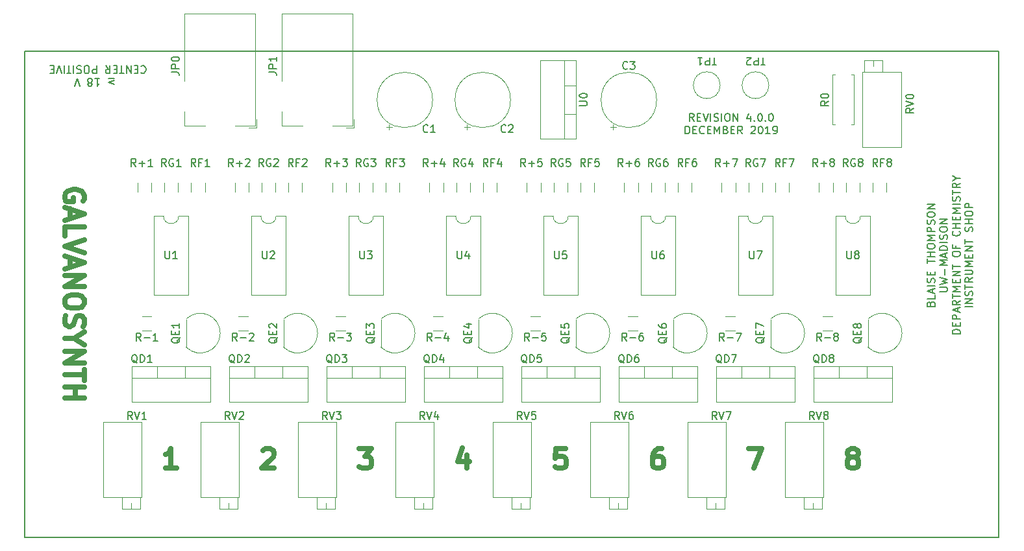
<source format=gbr>
G04 #@! TF.GenerationSoftware,KiCad,Pcbnew,5.1.5+dfsg1-2*
G04 #@! TF.CreationDate,2019-12-13T15:30:38-06:00*
G04 #@! TF.ProjectId,galvanosynth,67616c76-616e-46f7-9379-6e74682e6b69,4.0.0*
G04 #@! TF.SameCoordinates,Original*
G04 #@! TF.FileFunction,Legend,Top*
G04 #@! TF.FilePolarity,Positive*
%FSLAX46Y46*%
G04 Gerber Fmt 4.6, Leading zero omitted, Abs format (unit mm)*
G04 Created by KiCad (PCBNEW 5.1.5+dfsg1-2) date 2019-12-13 15:30:38*
%MOMM*%
%LPD*%
G04 APERTURE LIST*
%ADD10C,0.150000*%
%ADD11C,0.635000*%
%ADD12C,0.120000*%
G04 APERTURE END LIST*
D10*
X62467857Y-67095238D02*
X61705952Y-67095238D01*
X62467857Y-67285714D02*
X61705952Y-67571428D01*
X62467857Y-67857142D01*
X59944047Y-67047619D02*
X60515476Y-67047619D01*
X60229761Y-67047619D02*
X60229761Y-68047619D01*
X60325000Y-67904761D01*
X60420238Y-67809523D01*
X60515476Y-67761904D01*
X59372619Y-67619047D02*
X59467857Y-67666666D01*
X59515476Y-67714285D01*
X59563095Y-67809523D01*
X59563095Y-67857142D01*
X59515476Y-67952380D01*
X59467857Y-68000000D01*
X59372619Y-68047619D01*
X59182142Y-68047619D01*
X59086904Y-68000000D01*
X59039285Y-67952380D01*
X58991666Y-67857142D01*
X58991666Y-67809523D01*
X59039285Y-67714285D01*
X59086904Y-67666666D01*
X59182142Y-67619047D01*
X59372619Y-67619047D01*
X59467857Y-67571428D01*
X59515476Y-67523809D01*
X59563095Y-67428571D01*
X59563095Y-67238095D01*
X59515476Y-67142857D01*
X59467857Y-67095238D01*
X59372619Y-67047619D01*
X59182142Y-67047619D01*
X59086904Y-67095238D01*
X59039285Y-67142857D01*
X58991666Y-67238095D01*
X58991666Y-67428571D01*
X59039285Y-67523809D01*
X59086904Y-67571428D01*
X59182142Y-67619047D01*
X57944047Y-68047619D02*
X57610714Y-67047619D01*
X57277380Y-68047619D01*
X65944047Y-65492857D02*
X65991666Y-65445238D01*
X66134523Y-65397619D01*
X66229761Y-65397619D01*
X66372619Y-65445238D01*
X66467857Y-65540476D01*
X66515476Y-65635714D01*
X66563095Y-65826190D01*
X66563095Y-65969047D01*
X66515476Y-66159523D01*
X66467857Y-66254761D01*
X66372619Y-66350000D01*
X66229761Y-66397619D01*
X66134523Y-66397619D01*
X65991666Y-66350000D01*
X65944047Y-66302380D01*
X65515476Y-65921428D02*
X65182142Y-65921428D01*
X65039285Y-65397619D02*
X65515476Y-65397619D01*
X65515476Y-66397619D01*
X65039285Y-66397619D01*
X64610714Y-65397619D02*
X64610714Y-66397619D01*
X64039285Y-65397619D01*
X64039285Y-66397619D01*
X63705952Y-66397619D02*
X63134523Y-66397619D01*
X63420238Y-65397619D02*
X63420238Y-66397619D01*
X62801190Y-65921428D02*
X62467857Y-65921428D01*
X62325000Y-65397619D02*
X62801190Y-65397619D01*
X62801190Y-66397619D01*
X62325000Y-66397619D01*
X61325000Y-65397619D02*
X61658333Y-65873809D01*
X61896428Y-65397619D02*
X61896428Y-66397619D01*
X61515476Y-66397619D01*
X61420238Y-66350000D01*
X61372619Y-66302380D01*
X61325000Y-66207142D01*
X61325000Y-66064285D01*
X61372619Y-65969047D01*
X61420238Y-65921428D01*
X61515476Y-65873809D01*
X61896428Y-65873809D01*
X60134523Y-65397619D02*
X60134523Y-66397619D01*
X59753571Y-66397619D01*
X59658333Y-66350000D01*
X59610714Y-66302380D01*
X59563095Y-66207142D01*
X59563095Y-66064285D01*
X59610714Y-65969047D01*
X59658333Y-65921428D01*
X59753571Y-65873809D01*
X60134523Y-65873809D01*
X58944047Y-66397619D02*
X58753571Y-66397619D01*
X58658333Y-66350000D01*
X58563095Y-66254761D01*
X58515476Y-66064285D01*
X58515476Y-65730952D01*
X58563095Y-65540476D01*
X58658333Y-65445238D01*
X58753571Y-65397619D01*
X58944047Y-65397619D01*
X59039285Y-65445238D01*
X59134523Y-65540476D01*
X59182142Y-65730952D01*
X59182142Y-66064285D01*
X59134523Y-66254761D01*
X59039285Y-66350000D01*
X58944047Y-66397619D01*
X58134523Y-65445238D02*
X57991666Y-65397619D01*
X57753571Y-65397619D01*
X57658333Y-65445238D01*
X57610714Y-65492857D01*
X57563095Y-65588095D01*
X57563095Y-65683333D01*
X57610714Y-65778571D01*
X57658333Y-65826190D01*
X57753571Y-65873809D01*
X57944047Y-65921428D01*
X58039285Y-65969047D01*
X58086904Y-66016666D01*
X58134523Y-66111904D01*
X58134523Y-66207142D01*
X58086904Y-66302380D01*
X58039285Y-66350000D01*
X57944047Y-66397619D01*
X57705952Y-66397619D01*
X57563095Y-66350000D01*
X57134523Y-65397619D02*
X57134523Y-66397619D01*
X56801190Y-66397619D02*
X56229761Y-66397619D01*
X56515476Y-65397619D02*
X56515476Y-66397619D01*
X55896428Y-65397619D02*
X55896428Y-66397619D01*
X55563095Y-66397619D02*
X55229761Y-65397619D01*
X54896428Y-66397619D01*
X54563095Y-65921428D02*
X54229761Y-65921428D01*
X54086904Y-65397619D02*
X54563095Y-65397619D01*
X54563095Y-66397619D01*
X54086904Y-66397619D01*
X168903571Y-96503333D02*
X168951190Y-96360476D01*
X168998809Y-96312857D01*
X169094047Y-96265238D01*
X169236904Y-96265238D01*
X169332142Y-96312857D01*
X169379761Y-96360476D01*
X169427380Y-96455714D01*
X169427380Y-96836666D01*
X168427380Y-96836666D01*
X168427380Y-96503333D01*
X168475000Y-96408095D01*
X168522619Y-96360476D01*
X168617857Y-96312857D01*
X168713095Y-96312857D01*
X168808333Y-96360476D01*
X168855952Y-96408095D01*
X168903571Y-96503333D01*
X168903571Y-96836666D01*
X169427380Y-95360476D02*
X169427380Y-95836666D01*
X168427380Y-95836666D01*
X169141666Y-95074761D02*
X169141666Y-94598571D01*
X169427380Y-95170000D02*
X168427380Y-94836666D01*
X169427380Y-94503333D01*
X169427380Y-94170000D02*
X168427380Y-94170000D01*
X169379761Y-93741428D02*
X169427380Y-93598571D01*
X169427380Y-93360476D01*
X169379761Y-93265238D01*
X169332142Y-93217619D01*
X169236904Y-93170000D01*
X169141666Y-93170000D01*
X169046428Y-93217619D01*
X168998809Y-93265238D01*
X168951190Y-93360476D01*
X168903571Y-93550952D01*
X168855952Y-93646190D01*
X168808333Y-93693809D01*
X168713095Y-93741428D01*
X168617857Y-93741428D01*
X168522619Y-93693809D01*
X168475000Y-93646190D01*
X168427380Y-93550952D01*
X168427380Y-93312857D01*
X168475000Y-93170000D01*
X168903571Y-92741428D02*
X168903571Y-92408095D01*
X169427380Y-92265238D02*
X169427380Y-92741428D01*
X168427380Y-92741428D01*
X168427380Y-92265238D01*
X168427380Y-91217619D02*
X168427380Y-90646190D01*
X169427380Y-90931904D02*
X168427380Y-90931904D01*
X169427380Y-90312857D02*
X168427380Y-90312857D01*
X168903571Y-90312857D02*
X168903571Y-89741428D01*
X169427380Y-89741428D02*
X168427380Y-89741428D01*
X168427380Y-89074761D02*
X168427380Y-88884285D01*
X168475000Y-88789047D01*
X168570238Y-88693809D01*
X168760714Y-88646190D01*
X169094047Y-88646190D01*
X169284523Y-88693809D01*
X169379761Y-88789047D01*
X169427380Y-88884285D01*
X169427380Y-89074761D01*
X169379761Y-89170000D01*
X169284523Y-89265238D01*
X169094047Y-89312857D01*
X168760714Y-89312857D01*
X168570238Y-89265238D01*
X168475000Y-89170000D01*
X168427380Y-89074761D01*
X169427380Y-88217619D02*
X168427380Y-88217619D01*
X169141666Y-87884285D01*
X168427380Y-87550952D01*
X169427380Y-87550952D01*
X169427380Y-87074761D02*
X168427380Y-87074761D01*
X168427380Y-86693809D01*
X168475000Y-86598571D01*
X168522619Y-86550952D01*
X168617857Y-86503333D01*
X168760714Y-86503333D01*
X168855952Y-86550952D01*
X168903571Y-86598571D01*
X168951190Y-86693809D01*
X168951190Y-87074761D01*
X169379761Y-86122380D02*
X169427380Y-85979523D01*
X169427380Y-85741428D01*
X169379761Y-85646190D01*
X169332142Y-85598571D01*
X169236904Y-85550952D01*
X169141666Y-85550952D01*
X169046428Y-85598571D01*
X168998809Y-85646190D01*
X168951190Y-85741428D01*
X168903571Y-85931904D01*
X168855952Y-86027142D01*
X168808333Y-86074761D01*
X168713095Y-86122380D01*
X168617857Y-86122380D01*
X168522619Y-86074761D01*
X168475000Y-86027142D01*
X168427380Y-85931904D01*
X168427380Y-85693809D01*
X168475000Y-85550952D01*
X168427380Y-84931904D02*
X168427380Y-84741428D01*
X168475000Y-84646190D01*
X168570238Y-84550952D01*
X168760714Y-84503333D01*
X169094047Y-84503333D01*
X169284523Y-84550952D01*
X169379761Y-84646190D01*
X169427380Y-84741428D01*
X169427380Y-84931904D01*
X169379761Y-85027142D01*
X169284523Y-85122380D01*
X169094047Y-85170000D01*
X168760714Y-85170000D01*
X168570238Y-85122380D01*
X168475000Y-85027142D01*
X168427380Y-84931904D01*
X169427380Y-84074761D02*
X168427380Y-84074761D01*
X169427380Y-83503333D01*
X168427380Y-83503333D01*
X170077380Y-94908095D02*
X170886904Y-94908095D01*
X170982142Y-94860476D01*
X171029761Y-94812857D01*
X171077380Y-94717619D01*
X171077380Y-94527142D01*
X171029761Y-94431904D01*
X170982142Y-94384285D01*
X170886904Y-94336666D01*
X170077380Y-94336666D01*
X170077380Y-93955714D02*
X171077380Y-93717619D01*
X170363095Y-93527142D01*
X171077380Y-93336666D01*
X170077380Y-93098571D01*
X170696428Y-92717619D02*
X170696428Y-91955714D01*
X171077380Y-91479523D02*
X170077380Y-91479523D01*
X170791666Y-91146190D01*
X170077380Y-90812857D01*
X171077380Y-90812857D01*
X170791666Y-90384285D02*
X170791666Y-89908095D01*
X171077380Y-90479523D02*
X170077380Y-90146190D01*
X171077380Y-89812857D01*
X171077380Y-89479523D02*
X170077380Y-89479523D01*
X170077380Y-89241428D01*
X170125000Y-89098571D01*
X170220238Y-89003333D01*
X170315476Y-88955714D01*
X170505952Y-88908095D01*
X170648809Y-88908095D01*
X170839285Y-88955714D01*
X170934523Y-89003333D01*
X171029761Y-89098571D01*
X171077380Y-89241428D01*
X171077380Y-89479523D01*
X171077380Y-88479523D02*
X170077380Y-88479523D01*
X171029761Y-88050952D02*
X171077380Y-87908095D01*
X171077380Y-87670000D01*
X171029761Y-87574761D01*
X170982142Y-87527142D01*
X170886904Y-87479523D01*
X170791666Y-87479523D01*
X170696428Y-87527142D01*
X170648809Y-87574761D01*
X170601190Y-87670000D01*
X170553571Y-87860476D01*
X170505952Y-87955714D01*
X170458333Y-88003333D01*
X170363095Y-88050952D01*
X170267857Y-88050952D01*
X170172619Y-88003333D01*
X170125000Y-87955714D01*
X170077380Y-87860476D01*
X170077380Y-87622380D01*
X170125000Y-87479523D01*
X170077380Y-86860476D02*
X170077380Y-86670000D01*
X170125000Y-86574761D01*
X170220238Y-86479523D01*
X170410714Y-86431904D01*
X170744047Y-86431904D01*
X170934523Y-86479523D01*
X171029761Y-86574761D01*
X171077380Y-86670000D01*
X171077380Y-86860476D01*
X171029761Y-86955714D01*
X170934523Y-87050952D01*
X170744047Y-87098571D01*
X170410714Y-87098571D01*
X170220238Y-87050952D01*
X170125000Y-86955714D01*
X170077380Y-86860476D01*
X171077380Y-86003333D02*
X170077380Y-86003333D01*
X171077380Y-85431904D01*
X170077380Y-85431904D01*
X172727380Y-100408095D02*
X171727380Y-100408095D01*
X171727380Y-100170000D01*
X171775000Y-100027142D01*
X171870238Y-99931904D01*
X171965476Y-99884285D01*
X172155952Y-99836666D01*
X172298809Y-99836666D01*
X172489285Y-99884285D01*
X172584523Y-99931904D01*
X172679761Y-100027142D01*
X172727380Y-100170000D01*
X172727380Y-100408095D01*
X172203571Y-99408095D02*
X172203571Y-99074761D01*
X172727380Y-98931904D02*
X172727380Y-99408095D01*
X171727380Y-99408095D01*
X171727380Y-98931904D01*
X172727380Y-98503333D02*
X171727380Y-98503333D01*
X171727380Y-98122380D01*
X171775000Y-98027142D01*
X171822619Y-97979523D01*
X171917857Y-97931904D01*
X172060714Y-97931904D01*
X172155952Y-97979523D01*
X172203571Y-98027142D01*
X172251190Y-98122380D01*
X172251190Y-98503333D01*
X172441666Y-97550952D02*
X172441666Y-97074761D01*
X172727380Y-97646190D02*
X171727380Y-97312857D01*
X172727380Y-96979523D01*
X172727380Y-96074761D02*
X172251190Y-96408095D01*
X172727380Y-96646190D02*
X171727380Y-96646190D01*
X171727380Y-96265238D01*
X171775000Y-96170000D01*
X171822619Y-96122380D01*
X171917857Y-96074761D01*
X172060714Y-96074761D01*
X172155952Y-96122380D01*
X172203571Y-96170000D01*
X172251190Y-96265238D01*
X172251190Y-96646190D01*
X171727380Y-95789047D02*
X171727380Y-95217619D01*
X172727380Y-95503333D02*
X171727380Y-95503333D01*
X172727380Y-94884285D02*
X171727380Y-94884285D01*
X172441666Y-94550952D01*
X171727380Y-94217619D01*
X172727380Y-94217619D01*
X172203571Y-93741428D02*
X172203571Y-93408095D01*
X172727380Y-93265238D02*
X172727380Y-93741428D01*
X171727380Y-93741428D01*
X171727380Y-93265238D01*
X172727380Y-92836666D02*
X171727380Y-92836666D01*
X172727380Y-92265238D01*
X171727380Y-92265238D01*
X171727380Y-91931904D02*
X171727380Y-91360476D01*
X172727380Y-91646190D02*
X171727380Y-91646190D01*
X171727380Y-90074761D02*
X171727380Y-89884285D01*
X171775000Y-89789047D01*
X171870238Y-89693809D01*
X172060714Y-89646190D01*
X172394047Y-89646190D01*
X172584523Y-89693809D01*
X172679761Y-89789047D01*
X172727380Y-89884285D01*
X172727380Y-90074761D01*
X172679761Y-90170000D01*
X172584523Y-90265238D01*
X172394047Y-90312857D01*
X172060714Y-90312857D01*
X171870238Y-90265238D01*
X171775000Y-90170000D01*
X171727380Y-90074761D01*
X172203571Y-88884285D02*
X172203571Y-89217619D01*
X172727380Y-89217619D02*
X171727380Y-89217619D01*
X171727380Y-88741428D01*
X172632142Y-87027142D02*
X172679761Y-87074761D01*
X172727380Y-87217619D01*
X172727380Y-87312857D01*
X172679761Y-87455714D01*
X172584523Y-87550952D01*
X172489285Y-87598571D01*
X172298809Y-87646190D01*
X172155952Y-87646190D01*
X171965476Y-87598571D01*
X171870238Y-87550952D01*
X171775000Y-87455714D01*
X171727380Y-87312857D01*
X171727380Y-87217619D01*
X171775000Y-87074761D01*
X171822619Y-87027142D01*
X172727380Y-86598571D02*
X171727380Y-86598571D01*
X172203571Y-86598571D02*
X172203571Y-86027142D01*
X172727380Y-86027142D02*
X171727380Y-86027142D01*
X172203571Y-85550952D02*
X172203571Y-85217619D01*
X172727380Y-85074761D02*
X172727380Y-85550952D01*
X171727380Y-85550952D01*
X171727380Y-85074761D01*
X172727380Y-84646190D02*
X171727380Y-84646190D01*
X172441666Y-84312857D01*
X171727380Y-83979523D01*
X172727380Y-83979523D01*
X172727380Y-83503333D02*
X171727380Y-83503333D01*
X172679761Y-83074761D02*
X172727380Y-82931904D01*
X172727380Y-82693809D01*
X172679761Y-82598571D01*
X172632142Y-82550952D01*
X172536904Y-82503333D01*
X172441666Y-82503333D01*
X172346428Y-82550952D01*
X172298809Y-82598571D01*
X172251190Y-82693809D01*
X172203571Y-82884285D01*
X172155952Y-82979523D01*
X172108333Y-83027142D01*
X172013095Y-83074761D01*
X171917857Y-83074761D01*
X171822619Y-83027142D01*
X171775000Y-82979523D01*
X171727380Y-82884285D01*
X171727380Y-82646190D01*
X171775000Y-82503333D01*
X171727380Y-82217619D02*
X171727380Y-81646190D01*
X172727380Y-81931904D02*
X171727380Y-81931904D01*
X172727380Y-80741428D02*
X172251190Y-81074761D01*
X172727380Y-81312857D02*
X171727380Y-81312857D01*
X171727380Y-80931904D01*
X171775000Y-80836666D01*
X171822619Y-80789047D01*
X171917857Y-80741428D01*
X172060714Y-80741428D01*
X172155952Y-80789047D01*
X172203571Y-80836666D01*
X172251190Y-80931904D01*
X172251190Y-81312857D01*
X172251190Y-80122380D02*
X172727380Y-80122380D01*
X171727380Y-80455714D02*
X172251190Y-80122380D01*
X171727380Y-79789047D01*
X174377380Y-96908095D02*
X173377380Y-96908095D01*
X174377380Y-96431904D02*
X173377380Y-96431904D01*
X174377380Y-95860476D01*
X173377380Y-95860476D01*
X174329761Y-95431904D02*
X174377380Y-95289047D01*
X174377380Y-95050952D01*
X174329761Y-94955714D01*
X174282142Y-94908095D01*
X174186904Y-94860476D01*
X174091666Y-94860476D01*
X173996428Y-94908095D01*
X173948809Y-94955714D01*
X173901190Y-95050952D01*
X173853571Y-95241428D01*
X173805952Y-95336666D01*
X173758333Y-95384285D01*
X173663095Y-95431904D01*
X173567857Y-95431904D01*
X173472619Y-95384285D01*
X173425000Y-95336666D01*
X173377380Y-95241428D01*
X173377380Y-95003333D01*
X173425000Y-94860476D01*
X173377380Y-94574761D02*
X173377380Y-94003333D01*
X174377380Y-94289047D02*
X173377380Y-94289047D01*
X174377380Y-93098571D02*
X173901190Y-93431904D01*
X174377380Y-93670000D02*
X173377380Y-93670000D01*
X173377380Y-93289047D01*
X173425000Y-93193809D01*
X173472619Y-93146190D01*
X173567857Y-93098571D01*
X173710714Y-93098571D01*
X173805952Y-93146190D01*
X173853571Y-93193809D01*
X173901190Y-93289047D01*
X173901190Y-93670000D01*
X173377380Y-92670000D02*
X174186904Y-92670000D01*
X174282142Y-92622380D01*
X174329761Y-92574761D01*
X174377380Y-92479523D01*
X174377380Y-92289047D01*
X174329761Y-92193809D01*
X174282142Y-92146190D01*
X174186904Y-92098571D01*
X173377380Y-92098571D01*
X174377380Y-91622380D02*
X173377380Y-91622380D01*
X174091666Y-91289047D01*
X173377380Y-90955714D01*
X174377380Y-90955714D01*
X173853571Y-90479523D02*
X173853571Y-90146190D01*
X174377380Y-90003333D02*
X174377380Y-90479523D01*
X173377380Y-90479523D01*
X173377380Y-90003333D01*
X174377380Y-89574761D02*
X173377380Y-89574761D01*
X174377380Y-89003333D01*
X173377380Y-89003333D01*
X173377380Y-88670000D02*
X173377380Y-88098571D01*
X174377380Y-88384285D02*
X173377380Y-88384285D01*
X174329761Y-87050952D02*
X174377380Y-86908095D01*
X174377380Y-86670000D01*
X174329761Y-86574761D01*
X174282142Y-86527142D01*
X174186904Y-86479523D01*
X174091666Y-86479523D01*
X173996428Y-86527142D01*
X173948809Y-86574761D01*
X173901190Y-86670000D01*
X173853571Y-86860476D01*
X173805952Y-86955714D01*
X173758333Y-87003333D01*
X173663095Y-87050952D01*
X173567857Y-87050952D01*
X173472619Y-87003333D01*
X173425000Y-86955714D01*
X173377380Y-86860476D01*
X173377380Y-86622380D01*
X173425000Y-86479523D01*
X174377380Y-86050952D02*
X173377380Y-86050952D01*
X173853571Y-86050952D02*
X173853571Y-85479523D01*
X174377380Y-85479523D02*
X173377380Y-85479523D01*
X173377380Y-84812857D02*
X173377380Y-84622380D01*
X173425000Y-84527142D01*
X173520238Y-84431904D01*
X173710714Y-84384285D01*
X174044047Y-84384285D01*
X174234523Y-84431904D01*
X174329761Y-84527142D01*
X174377380Y-84622380D01*
X174377380Y-84812857D01*
X174329761Y-84908095D01*
X174234523Y-85003333D01*
X174044047Y-85050952D01*
X173710714Y-85050952D01*
X173520238Y-85003333D01*
X173425000Y-84908095D01*
X173377380Y-84812857D01*
X174377380Y-83955714D02*
X173377380Y-83955714D01*
X173377380Y-83574761D01*
X173425000Y-83479523D01*
X173472619Y-83431904D01*
X173567857Y-83384285D01*
X173710714Y-83384285D01*
X173805952Y-83431904D01*
X173853571Y-83479523D01*
X173901190Y-83574761D01*
X173901190Y-83955714D01*
X138017857Y-72652380D02*
X137684523Y-72176190D01*
X137446428Y-72652380D02*
X137446428Y-71652380D01*
X137827380Y-71652380D01*
X137922619Y-71700000D01*
X137970238Y-71747619D01*
X138017857Y-71842857D01*
X138017857Y-71985714D01*
X137970238Y-72080952D01*
X137922619Y-72128571D01*
X137827380Y-72176190D01*
X137446428Y-72176190D01*
X138446428Y-72128571D02*
X138779761Y-72128571D01*
X138922619Y-72652380D02*
X138446428Y-72652380D01*
X138446428Y-71652380D01*
X138922619Y-71652380D01*
X139208333Y-71652380D02*
X139541666Y-72652380D01*
X139875000Y-71652380D01*
X140208333Y-72652380D02*
X140208333Y-71652380D01*
X140636904Y-72604761D02*
X140779761Y-72652380D01*
X141017857Y-72652380D01*
X141113095Y-72604761D01*
X141160714Y-72557142D01*
X141208333Y-72461904D01*
X141208333Y-72366666D01*
X141160714Y-72271428D01*
X141113095Y-72223809D01*
X141017857Y-72176190D01*
X140827380Y-72128571D01*
X140732142Y-72080952D01*
X140684523Y-72033333D01*
X140636904Y-71938095D01*
X140636904Y-71842857D01*
X140684523Y-71747619D01*
X140732142Y-71700000D01*
X140827380Y-71652380D01*
X141065476Y-71652380D01*
X141208333Y-71700000D01*
X141636904Y-72652380D02*
X141636904Y-71652380D01*
X142303571Y-71652380D02*
X142494047Y-71652380D01*
X142589285Y-71700000D01*
X142684523Y-71795238D01*
X142732142Y-71985714D01*
X142732142Y-72319047D01*
X142684523Y-72509523D01*
X142589285Y-72604761D01*
X142494047Y-72652380D01*
X142303571Y-72652380D01*
X142208333Y-72604761D01*
X142113095Y-72509523D01*
X142065476Y-72319047D01*
X142065476Y-71985714D01*
X142113095Y-71795238D01*
X142208333Y-71700000D01*
X142303571Y-71652380D01*
X143160714Y-72652380D02*
X143160714Y-71652380D01*
X143732142Y-72652380D01*
X143732142Y-71652380D01*
X145398809Y-71985714D02*
X145398809Y-72652380D01*
X145160714Y-71604761D02*
X144922619Y-72319047D01*
X145541666Y-72319047D01*
X145922619Y-72557142D02*
X145970238Y-72604761D01*
X145922619Y-72652380D01*
X145875000Y-72604761D01*
X145922619Y-72557142D01*
X145922619Y-72652380D01*
X146589285Y-71652380D02*
X146684523Y-71652380D01*
X146779761Y-71700000D01*
X146827380Y-71747619D01*
X146875000Y-71842857D01*
X146922619Y-72033333D01*
X146922619Y-72271428D01*
X146875000Y-72461904D01*
X146827380Y-72557142D01*
X146779761Y-72604761D01*
X146684523Y-72652380D01*
X146589285Y-72652380D01*
X146494047Y-72604761D01*
X146446428Y-72557142D01*
X146398809Y-72461904D01*
X146351190Y-72271428D01*
X146351190Y-72033333D01*
X146398809Y-71842857D01*
X146446428Y-71747619D01*
X146494047Y-71700000D01*
X146589285Y-71652380D01*
X147351190Y-72557142D02*
X147398809Y-72604761D01*
X147351190Y-72652380D01*
X147303571Y-72604761D01*
X147351190Y-72557142D01*
X147351190Y-72652380D01*
X148017857Y-71652380D02*
X148113095Y-71652380D01*
X148208333Y-71700000D01*
X148255952Y-71747619D01*
X148303571Y-71842857D01*
X148351190Y-72033333D01*
X148351190Y-72271428D01*
X148303571Y-72461904D01*
X148255952Y-72557142D01*
X148208333Y-72604761D01*
X148113095Y-72652380D01*
X148017857Y-72652380D01*
X147922619Y-72604761D01*
X147875000Y-72557142D01*
X147827380Y-72461904D01*
X147779761Y-72271428D01*
X147779761Y-72033333D01*
X147827380Y-71842857D01*
X147875000Y-71747619D01*
X147922619Y-71700000D01*
X148017857Y-71652380D01*
X136898809Y-74302380D02*
X136898809Y-73302380D01*
X137136904Y-73302380D01*
X137279761Y-73350000D01*
X137375000Y-73445238D01*
X137422619Y-73540476D01*
X137470238Y-73730952D01*
X137470238Y-73873809D01*
X137422619Y-74064285D01*
X137375000Y-74159523D01*
X137279761Y-74254761D01*
X137136904Y-74302380D01*
X136898809Y-74302380D01*
X137898809Y-73778571D02*
X138232142Y-73778571D01*
X138375000Y-74302380D02*
X137898809Y-74302380D01*
X137898809Y-73302380D01*
X138375000Y-73302380D01*
X139375000Y-74207142D02*
X139327380Y-74254761D01*
X139184523Y-74302380D01*
X139089285Y-74302380D01*
X138946428Y-74254761D01*
X138851190Y-74159523D01*
X138803571Y-74064285D01*
X138755952Y-73873809D01*
X138755952Y-73730952D01*
X138803571Y-73540476D01*
X138851190Y-73445238D01*
X138946428Y-73350000D01*
X139089285Y-73302380D01*
X139184523Y-73302380D01*
X139327380Y-73350000D01*
X139375000Y-73397619D01*
X139803571Y-73778571D02*
X140136904Y-73778571D01*
X140279761Y-74302380D02*
X139803571Y-74302380D01*
X139803571Y-73302380D01*
X140279761Y-73302380D01*
X140708333Y-74302380D02*
X140708333Y-73302380D01*
X141041666Y-74016666D01*
X141375000Y-73302380D01*
X141375000Y-74302380D01*
X142184523Y-73778571D02*
X142327380Y-73826190D01*
X142375000Y-73873809D01*
X142422619Y-73969047D01*
X142422619Y-74111904D01*
X142375000Y-74207142D01*
X142327380Y-74254761D01*
X142232142Y-74302380D01*
X141851190Y-74302380D01*
X141851190Y-73302380D01*
X142184523Y-73302380D01*
X142279761Y-73350000D01*
X142327380Y-73397619D01*
X142375000Y-73492857D01*
X142375000Y-73588095D01*
X142327380Y-73683333D01*
X142279761Y-73730952D01*
X142184523Y-73778571D01*
X141851190Y-73778571D01*
X142851190Y-73778571D02*
X143184523Y-73778571D01*
X143327380Y-74302380D02*
X142851190Y-74302380D01*
X142851190Y-73302380D01*
X143327380Y-73302380D01*
X144327380Y-74302380D02*
X143994047Y-73826190D01*
X143755952Y-74302380D02*
X143755952Y-73302380D01*
X144136904Y-73302380D01*
X144232142Y-73350000D01*
X144279761Y-73397619D01*
X144327380Y-73492857D01*
X144327380Y-73635714D01*
X144279761Y-73730952D01*
X144232142Y-73778571D01*
X144136904Y-73826190D01*
X143755952Y-73826190D01*
X145470238Y-73397619D02*
X145517857Y-73350000D01*
X145613095Y-73302380D01*
X145851190Y-73302380D01*
X145946428Y-73350000D01*
X145994047Y-73397619D01*
X146041666Y-73492857D01*
X146041666Y-73588095D01*
X145994047Y-73730952D01*
X145422619Y-74302380D01*
X146041666Y-74302380D01*
X146660714Y-73302380D02*
X146755952Y-73302380D01*
X146851190Y-73350000D01*
X146898809Y-73397619D01*
X146946428Y-73492857D01*
X146994047Y-73683333D01*
X146994047Y-73921428D01*
X146946428Y-74111904D01*
X146898809Y-74207142D01*
X146851190Y-74254761D01*
X146755952Y-74302380D01*
X146660714Y-74302380D01*
X146565476Y-74254761D01*
X146517857Y-74207142D01*
X146470238Y-74111904D01*
X146422619Y-73921428D01*
X146422619Y-73683333D01*
X146470238Y-73492857D01*
X146517857Y-73397619D01*
X146565476Y-73350000D01*
X146660714Y-73302380D01*
X147946428Y-74302380D02*
X147375000Y-74302380D01*
X147660714Y-74302380D02*
X147660714Y-73302380D01*
X147565476Y-73445238D01*
X147470238Y-73540476D01*
X147375000Y-73588095D01*
X148422619Y-74302380D02*
X148613095Y-74302380D01*
X148708333Y-74254761D01*
X148755952Y-74207142D01*
X148851190Y-74064285D01*
X148898809Y-73873809D01*
X148898809Y-73492857D01*
X148851190Y-73397619D01*
X148803571Y-73350000D01*
X148708333Y-73302380D01*
X148517857Y-73302380D01*
X148422619Y-73350000D01*
X148375000Y-73397619D01*
X148327380Y-73492857D01*
X148327380Y-73730952D01*
X148375000Y-73826190D01*
X148422619Y-73873809D01*
X148517857Y-73921428D01*
X148708333Y-73921428D01*
X148803571Y-73873809D01*
X148851190Y-73826190D01*
X148898809Y-73730952D01*
D11*
X58420000Y-83033809D02*
X58540952Y-82791904D01*
X58540952Y-82429047D01*
X58420000Y-82066190D01*
X58178095Y-81824285D01*
X57936190Y-81703333D01*
X57452380Y-81582380D01*
X57089523Y-81582380D01*
X56605714Y-81703333D01*
X56363809Y-81824285D01*
X56121904Y-82066190D01*
X56000952Y-82429047D01*
X56000952Y-82670952D01*
X56121904Y-83033809D01*
X56242857Y-83154761D01*
X57089523Y-83154761D01*
X57089523Y-82670952D01*
X56726666Y-84122380D02*
X56726666Y-85331904D01*
X56000952Y-83880476D02*
X58540952Y-84727142D01*
X56000952Y-85573809D01*
X56000952Y-87630000D02*
X56000952Y-86420476D01*
X58540952Y-86420476D01*
X58540952Y-88113809D02*
X56000952Y-88960476D01*
X58540952Y-89807142D01*
X56726666Y-90532857D02*
X56726666Y-91742380D01*
X56000952Y-90290952D02*
X58540952Y-91137619D01*
X56000952Y-91984285D01*
X56000952Y-92830952D02*
X58540952Y-92830952D01*
X56000952Y-94282380D01*
X58540952Y-94282380D01*
X58540952Y-95975714D02*
X58540952Y-96459523D01*
X58420000Y-96701428D01*
X58178095Y-96943333D01*
X57694285Y-97064285D01*
X56847619Y-97064285D01*
X56363809Y-96943333D01*
X56121904Y-96701428D01*
X56000952Y-96459523D01*
X56000952Y-95975714D01*
X56121904Y-95733809D01*
X56363809Y-95491904D01*
X56847619Y-95370952D01*
X57694285Y-95370952D01*
X58178095Y-95491904D01*
X58420000Y-95733809D01*
X58540952Y-95975714D01*
X56121904Y-98031904D02*
X56000952Y-98394761D01*
X56000952Y-98999523D01*
X56121904Y-99241428D01*
X56242857Y-99362380D01*
X56484761Y-99483333D01*
X56726666Y-99483333D01*
X56968571Y-99362380D01*
X57089523Y-99241428D01*
X57210476Y-98999523D01*
X57331428Y-98515714D01*
X57452380Y-98273809D01*
X57573333Y-98152857D01*
X57815238Y-98031904D01*
X58057142Y-98031904D01*
X58299047Y-98152857D01*
X58420000Y-98273809D01*
X58540952Y-98515714D01*
X58540952Y-99120476D01*
X58420000Y-99483333D01*
X57210476Y-101055714D02*
X56000952Y-101055714D01*
X58540952Y-100209047D02*
X57210476Y-101055714D01*
X58540952Y-101902380D01*
X56000952Y-102749047D02*
X58540952Y-102749047D01*
X56000952Y-104200476D01*
X58540952Y-104200476D01*
X58540952Y-105047142D02*
X58540952Y-106498571D01*
X56000952Y-105772857D02*
X58540952Y-105772857D01*
X56000952Y-107345238D02*
X58540952Y-107345238D01*
X57331428Y-107345238D02*
X57331428Y-108796666D01*
X56000952Y-108796666D02*
X58540952Y-108796666D01*
X158508095Y-116537619D02*
X158266190Y-116416666D01*
X158145238Y-116295714D01*
X158024285Y-116053809D01*
X158024285Y-115932857D01*
X158145238Y-115690952D01*
X158266190Y-115570000D01*
X158508095Y-115449047D01*
X158991904Y-115449047D01*
X159233809Y-115570000D01*
X159354761Y-115690952D01*
X159475714Y-115932857D01*
X159475714Y-116053809D01*
X159354761Y-116295714D01*
X159233809Y-116416666D01*
X158991904Y-116537619D01*
X158508095Y-116537619D01*
X158266190Y-116658571D01*
X158145238Y-116779523D01*
X158024285Y-117021428D01*
X158024285Y-117505238D01*
X158145238Y-117747142D01*
X158266190Y-117868095D01*
X158508095Y-117989047D01*
X158991904Y-117989047D01*
X159233809Y-117868095D01*
X159354761Y-117747142D01*
X159475714Y-117505238D01*
X159475714Y-117021428D01*
X159354761Y-116779523D01*
X159233809Y-116658571D01*
X158991904Y-116537619D01*
X145203333Y-115449047D02*
X146896666Y-115449047D01*
X145808095Y-117989047D01*
X133833809Y-115449047D02*
X133350000Y-115449047D01*
X133108095Y-115570000D01*
X132987142Y-115690952D01*
X132745238Y-116053809D01*
X132624285Y-116537619D01*
X132624285Y-117505238D01*
X132745238Y-117747142D01*
X132866190Y-117868095D01*
X133108095Y-117989047D01*
X133591904Y-117989047D01*
X133833809Y-117868095D01*
X133954761Y-117747142D01*
X134075714Y-117505238D01*
X134075714Y-116900476D01*
X133954761Y-116658571D01*
X133833809Y-116537619D01*
X133591904Y-116416666D01*
X133108095Y-116416666D01*
X132866190Y-116537619D01*
X132745238Y-116658571D01*
X132624285Y-116900476D01*
X121254761Y-115449047D02*
X120045238Y-115449047D01*
X119924285Y-116658571D01*
X120045238Y-116537619D01*
X120287142Y-116416666D01*
X120891904Y-116416666D01*
X121133809Y-116537619D01*
X121254761Y-116658571D01*
X121375714Y-116900476D01*
X121375714Y-117505238D01*
X121254761Y-117747142D01*
X121133809Y-117868095D01*
X120891904Y-117989047D01*
X120287142Y-117989047D01*
X120045238Y-117868095D01*
X119924285Y-117747142D01*
X81824285Y-115690952D02*
X81945238Y-115570000D01*
X82187142Y-115449047D01*
X82791904Y-115449047D01*
X83033809Y-115570000D01*
X83154761Y-115690952D01*
X83275714Y-115932857D01*
X83275714Y-116174761D01*
X83154761Y-116537619D01*
X81703333Y-117989047D01*
X83275714Y-117989047D01*
X108433809Y-116295714D02*
X108433809Y-117989047D01*
X107829047Y-115328095D02*
X107224285Y-117142380D01*
X108796666Y-117142380D01*
X94403333Y-115449047D02*
X95975714Y-115449047D01*
X95129047Y-116416666D01*
X95491904Y-116416666D01*
X95733809Y-116537619D01*
X95854761Y-116658571D01*
X95975714Y-116900476D01*
X95975714Y-117505238D01*
X95854761Y-117747142D01*
X95733809Y-117868095D01*
X95491904Y-117989047D01*
X94766190Y-117989047D01*
X94524285Y-117868095D01*
X94403333Y-117747142D01*
X70575714Y-117989047D02*
X69124285Y-117989047D01*
X69850000Y-117989047D02*
X69850000Y-115449047D01*
X69608095Y-115811904D01*
X69366190Y-116053809D01*
X69124285Y-116174761D01*
D10*
X50800000Y-127000000D02*
X177800000Y-127000000D01*
X50800000Y-63500000D02*
X177800000Y-63500000D01*
X50800000Y-127000000D02*
X50800000Y-63500000D01*
X177800000Y-127000000D02*
X177800000Y-63500000D01*
D12*
X159660000Y-81882064D02*
X159660000Y-80677936D01*
X157840000Y-81882064D02*
X157840000Y-80677936D01*
X146960000Y-81882064D02*
X146960000Y-80677936D01*
X145140000Y-81882064D02*
X145140000Y-80677936D01*
X134260000Y-81882064D02*
X134260000Y-80677936D01*
X132440000Y-81882064D02*
X132440000Y-80677936D01*
X121560000Y-81882064D02*
X121560000Y-80677936D01*
X119740000Y-81882064D02*
X119740000Y-80677936D01*
X108860000Y-81882064D02*
X108860000Y-80677936D01*
X107040000Y-81882064D02*
X107040000Y-80677936D01*
X96160000Y-81882064D02*
X96160000Y-80677936D01*
X94340000Y-81882064D02*
X94340000Y-80677936D01*
X83460000Y-81882064D02*
X83460000Y-80677936D01*
X81640000Y-81882064D02*
X81640000Y-80677936D01*
X70760000Y-81882064D02*
X70760000Y-80677936D01*
X68940000Y-81882064D02*
X68940000Y-80677936D01*
X163137500Y-81882064D02*
X163137500Y-80677936D01*
X161317500Y-81882064D02*
X161317500Y-80677936D01*
X150437500Y-81882064D02*
X150437500Y-80677936D01*
X148617500Y-81882064D02*
X148617500Y-80677936D01*
X137737500Y-81882064D02*
X137737500Y-80677936D01*
X135917500Y-81882064D02*
X135917500Y-80677936D01*
X125037500Y-81882064D02*
X125037500Y-80677936D01*
X123217500Y-81882064D02*
X123217500Y-80677936D01*
X112337500Y-81882064D02*
X112337500Y-80677936D01*
X110517500Y-81882064D02*
X110517500Y-80677936D01*
X99637500Y-81882064D02*
X99637500Y-80677936D01*
X97817500Y-81882064D02*
X97817500Y-80677936D01*
X86937500Y-81882064D02*
X86937500Y-80677936D01*
X85117500Y-81882064D02*
X85117500Y-80677936D01*
X74267500Y-81882064D02*
X74267500Y-80677936D01*
X72447500Y-81882064D02*
X72447500Y-80677936D01*
X156047064Y-98150000D02*
X154842936Y-98150000D01*
X156047064Y-99970000D02*
X154842936Y-99970000D01*
X143347064Y-98150000D02*
X142142936Y-98150000D01*
X143347064Y-99970000D02*
X142142936Y-99970000D01*
X130647064Y-98150000D02*
X129442936Y-98150000D01*
X130647064Y-99970000D02*
X129442936Y-99970000D01*
X117947064Y-98150000D02*
X116742936Y-98150000D01*
X117947064Y-99970000D02*
X116742936Y-99970000D01*
X105247064Y-98150000D02*
X104042936Y-98150000D01*
X105247064Y-99970000D02*
X104042936Y-99970000D01*
X92547064Y-98150000D02*
X91342936Y-98150000D01*
X92547064Y-99970000D02*
X91342936Y-99970000D01*
X79847064Y-98150000D02*
X78642936Y-98150000D01*
X79847064Y-99970000D02*
X78642936Y-99970000D01*
X67277064Y-98150000D02*
X66072936Y-98150000D01*
X67277064Y-99970000D02*
X66072936Y-99970000D01*
X154332500Y-80677936D02*
X154332500Y-81882064D01*
X156152500Y-80677936D02*
X156152500Y-81882064D01*
X141632500Y-80677936D02*
X141632500Y-81882064D01*
X143452500Y-80677936D02*
X143452500Y-81882064D01*
X128932500Y-80677936D02*
X128932500Y-81882064D01*
X130752500Y-80677936D02*
X130752500Y-81882064D01*
X116232500Y-80677936D02*
X116232500Y-81882064D01*
X118052500Y-80677936D02*
X118052500Y-81882064D01*
X103532500Y-80677936D02*
X103532500Y-81882064D01*
X105352500Y-80677936D02*
X105352500Y-81882064D01*
X90862500Y-80677936D02*
X90862500Y-81882064D01*
X92682500Y-80677936D02*
X92682500Y-81882064D01*
X78162500Y-80677936D02*
X78162500Y-81882064D01*
X79982500Y-80677936D02*
X79982500Y-81882064D01*
X65462500Y-80677936D02*
X65462500Y-81882064D01*
X67282500Y-80677936D02*
X67282500Y-81882064D01*
X93500000Y-73290000D02*
X90900000Y-73290000D01*
X93500000Y-58590000D02*
X93500000Y-73290000D01*
X84300000Y-73290000D02*
X84300000Y-71390000D01*
X87000000Y-73290000D02*
X84300000Y-73290000D01*
X84300000Y-58590000D02*
X93500000Y-58590000D01*
X84300000Y-67390000D02*
X84300000Y-58590000D01*
X93700000Y-72440000D02*
X93700000Y-73490000D01*
X92650000Y-73490000D02*
X93700000Y-73490000D01*
X80800000Y-73290000D02*
X78200000Y-73290000D01*
X80800000Y-58590000D02*
X80800000Y-73290000D01*
X71600000Y-73290000D02*
X71600000Y-71390000D01*
X74300000Y-73290000D02*
X71600000Y-73290000D01*
X71600000Y-58590000D02*
X80800000Y-58590000D01*
X71600000Y-67390000D02*
X71600000Y-58590000D01*
X81000000Y-72440000D02*
X81000000Y-73490000D01*
X79950000Y-73490000D02*
X81000000Y-73490000D01*
X77350000Y-123245000D02*
X77350000Y-122486000D01*
X76135000Y-121726000D02*
X78565000Y-121726000D01*
X76135000Y-123245000D02*
X78565000Y-123245000D01*
X78565000Y-123245000D02*
X78565000Y-121726000D01*
X76135000Y-123245000D02*
X76135000Y-121726000D01*
X73670000Y-111955000D02*
X78740000Y-111955000D01*
X73670000Y-121725000D02*
X78740000Y-121725000D01*
X78740000Y-121725000D02*
X78740000Y-111955000D01*
X73670000Y-121725000D02*
X73670000Y-111955000D01*
X110200000Y-85030000D02*
X108950000Y-85030000D01*
X110200000Y-95310000D02*
X110200000Y-85030000D01*
X105700000Y-95310000D02*
X110200000Y-95310000D01*
X105700000Y-85030000D02*
X105700000Y-95310000D01*
X106950000Y-85030000D02*
X105700000Y-85030000D01*
X108950000Y-85030000D02*
G75*
G02X106950000Y-85030000I-1000000J0D01*
G01*
X97500000Y-85030000D02*
X96250000Y-85030000D01*
X97500000Y-95310000D02*
X97500000Y-85030000D01*
X93000000Y-95310000D02*
X97500000Y-95310000D01*
X93000000Y-85030000D02*
X93000000Y-95310000D01*
X94250000Y-85030000D02*
X93000000Y-85030000D01*
X96250000Y-85030000D02*
G75*
G02X94250000Y-85030000I-1000000J0D01*
G01*
X122900000Y-85030000D02*
X121650000Y-85030000D01*
X122900000Y-95310000D02*
X122900000Y-85030000D01*
X118400000Y-95310000D02*
X122900000Y-95310000D01*
X118400000Y-85030000D02*
X118400000Y-95310000D01*
X119650000Y-85030000D02*
X118400000Y-85030000D01*
X121650000Y-85030000D02*
G75*
G02X119650000Y-85030000I-1000000J0D01*
G01*
X161000000Y-85030000D02*
X159750000Y-85030000D01*
X161000000Y-95310000D02*
X161000000Y-85030000D01*
X156500000Y-95310000D02*
X161000000Y-95310000D01*
X156500000Y-85030000D02*
X156500000Y-95310000D01*
X157750000Y-85030000D02*
X156500000Y-85030000D01*
X159750000Y-85030000D02*
G75*
G02X157750000Y-85030000I-1000000J0D01*
G01*
X148300000Y-85030000D02*
X147050000Y-85030000D01*
X148300000Y-95310000D02*
X148300000Y-85030000D01*
X143800000Y-95310000D02*
X148300000Y-95310000D01*
X143800000Y-85030000D02*
X143800000Y-95310000D01*
X145050000Y-85030000D02*
X143800000Y-85030000D01*
X147050000Y-85030000D02*
G75*
G02X145050000Y-85030000I-1000000J0D01*
G01*
X135600000Y-85030000D02*
X134350000Y-85030000D01*
X135600000Y-95310000D02*
X135600000Y-85030000D01*
X131100000Y-95310000D02*
X135600000Y-95310000D01*
X131100000Y-85030000D02*
X131100000Y-95310000D01*
X132350000Y-85030000D02*
X131100000Y-85030000D01*
X134350000Y-85030000D02*
G75*
G02X132350000Y-85030000I-1000000J0D01*
G01*
X84800000Y-85030000D02*
X83550000Y-85030000D01*
X84800000Y-95310000D02*
X84800000Y-85030000D01*
X80300000Y-95310000D02*
X84800000Y-95310000D01*
X80300000Y-85030000D02*
X80300000Y-95310000D01*
X81550000Y-85030000D02*
X80300000Y-85030000D01*
X83550000Y-85030000D02*
G75*
G02X81550000Y-85030000I-1000000J0D01*
G01*
X72100000Y-85030000D02*
X70850000Y-85030000D01*
X72100000Y-95310000D02*
X72100000Y-85030000D01*
X67600000Y-95310000D02*
X72100000Y-95310000D01*
X67600000Y-85030000D02*
X67600000Y-95310000D01*
X68850000Y-85030000D02*
X67600000Y-85030000D01*
X70850000Y-85030000D02*
G75*
G02X68850000Y-85030000I-1000000J0D01*
G01*
X102750000Y-123245000D02*
X102750000Y-122486000D01*
X101535000Y-121726000D02*
X103965000Y-121726000D01*
X101535000Y-123245000D02*
X103965000Y-123245000D01*
X103965000Y-123245000D02*
X103965000Y-121726000D01*
X101535000Y-123245000D02*
X101535000Y-121726000D01*
X99070000Y-111955000D02*
X104140000Y-111955000D01*
X99070000Y-121725000D02*
X104140000Y-121725000D01*
X104140000Y-121725000D02*
X104140000Y-111955000D01*
X99070000Y-121725000D02*
X99070000Y-111955000D01*
X90050000Y-123245000D02*
X90050000Y-122486000D01*
X88835000Y-121726000D02*
X91265000Y-121726000D01*
X88835000Y-123245000D02*
X91265000Y-123245000D01*
X91265000Y-123245000D02*
X91265000Y-121726000D01*
X88835000Y-123245000D02*
X88835000Y-121726000D01*
X86370000Y-111955000D02*
X91440000Y-111955000D01*
X86370000Y-121725000D02*
X91440000Y-121725000D01*
X91440000Y-121725000D02*
X91440000Y-111955000D01*
X86370000Y-121725000D02*
X86370000Y-111955000D01*
X115450000Y-123245000D02*
X115450000Y-122486000D01*
X114235000Y-121726000D02*
X116665000Y-121726000D01*
X114235000Y-123245000D02*
X116665000Y-123245000D01*
X116665000Y-123245000D02*
X116665000Y-121726000D01*
X114235000Y-123245000D02*
X114235000Y-121726000D01*
X111770000Y-111955000D02*
X116840000Y-111955000D01*
X111770000Y-121725000D02*
X116840000Y-121725000D01*
X116840000Y-121725000D02*
X116840000Y-111955000D01*
X111770000Y-121725000D02*
X111770000Y-111955000D01*
X153550000Y-123245000D02*
X153550000Y-122486000D01*
X152335000Y-121726000D02*
X154765000Y-121726000D01*
X152335000Y-123245000D02*
X154765000Y-123245000D01*
X154765000Y-123245000D02*
X154765000Y-121726000D01*
X152335000Y-123245000D02*
X152335000Y-121726000D01*
X149870000Y-111955000D02*
X154940000Y-111955000D01*
X149870000Y-121725000D02*
X154940000Y-121725000D01*
X154940000Y-121725000D02*
X154940000Y-111955000D01*
X149870000Y-121725000D02*
X149870000Y-111955000D01*
X140850000Y-123245000D02*
X140850000Y-122486000D01*
X139635000Y-121726000D02*
X142065000Y-121726000D01*
X139635000Y-123245000D02*
X142065000Y-123245000D01*
X142065000Y-123245000D02*
X142065000Y-121726000D01*
X139635000Y-123245000D02*
X139635000Y-121726000D01*
X137170000Y-111955000D02*
X142240000Y-111955000D01*
X137170000Y-121725000D02*
X142240000Y-121725000D01*
X142240000Y-121725000D02*
X142240000Y-111955000D01*
X137170000Y-121725000D02*
X137170000Y-111955000D01*
X128150000Y-123245000D02*
X128150000Y-122486000D01*
X126935000Y-121726000D02*
X129365000Y-121726000D01*
X126935000Y-123245000D02*
X129365000Y-123245000D01*
X129365000Y-123245000D02*
X129365000Y-121726000D01*
X126935000Y-123245000D02*
X126935000Y-121726000D01*
X124470000Y-111955000D02*
X129540000Y-111955000D01*
X124470000Y-121725000D02*
X129540000Y-121725000D01*
X129540000Y-121725000D02*
X129540000Y-111955000D01*
X124470000Y-121725000D02*
X124470000Y-111955000D01*
X64650000Y-123245000D02*
X64650000Y-122486000D01*
X63435000Y-121726000D02*
X65865000Y-121726000D01*
X63435000Y-123245000D02*
X65865000Y-123245000D01*
X65865000Y-123245000D02*
X65865000Y-121726000D01*
X63435000Y-123245000D02*
X63435000Y-121726000D01*
X60970000Y-111955000D02*
X66040000Y-111955000D01*
X60970000Y-121725000D02*
X66040000Y-121725000D01*
X66040000Y-121725000D02*
X66040000Y-111955000D01*
X60970000Y-121725000D02*
X60970000Y-111955000D01*
X109921522Y-102168478D02*
G75*
G03X114360000Y-100330000I1838478J1838478D01*
G01*
X109921522Y-98491522D02*
G75*
G02X114360000Y-100330000I1838478J-1838478D01*
G01*
X109910000Y-98530000D02*
X109910000Y-102130000D01*
X97221522Y-102168478D02*
G75*
G03X101660000Y-100330000I1838478J1838478D01*
G01*
X97221522Y-98491522D02*
G75*
G02X101660000Y-100330000I1838478J-1838478D01*
G01*
X97210000Y-98530000D02*
X97210000Y-102130000D01*
X122621522Y-102168478D02*
G75*
G03X127060000Y-100330000I1838478J1838478D01*
G01*
X122621522Y-98491522D02*
G75*
G02X127060000Y-100330000I1838478J-1838478D01*
G01*
X122610000Y-98530000D02*
X122610000Y-102130000D01*
X160721522Y-102168478D02*
G75*
G03X165160000Y-100330000I1838478J1838478D01*
G01*
X160721522Y-98491522D02*
G75*
G02X165160000Y-100330000I1838478J-1838478D01*
G01*
X160710000Y-98530000D02*
X160710000Y-102130000D01*
X148021522Y-102168478D02*
G75*
G03X152460000Y-100330000I1838478J1838478D01*
G01*
X148021522Y-98491522D02*
G75*
G02X152460000Y-100330000I1838478J-1838478D01*
G01*
X148010000Y-98530000D02*
X148010000Y-102130000D01*
X135321522Y-102168478D02*
G75*
G03X139760000Y-100330000I1838478J1838478D01*
G01*
X135321522Y-98491522D02*
G75*
G02X139760000Y-100330000I1838478J-1838478D01*
G01*
X135310000Y-98530000D02*
X135310000Y-102130000D01*
X84521522Y-102168478D02*
G75*
G03X88960000Y-100330000I1838478J1838478D01*
G01*
X84521522Y-98491522D02*
G75*
G02X88960000Y-100330000I1838478J-1838478D01*
G01*
X84510000Y-98530000D02*
X84510000Y-102130000D01*
X71821522Y-102168478D02*
G75*
G03X76260000Y-100330000I1838478J1838478D01*
G01*
X71821522Y-98491522D02*
G75*
G02X76260000Y-100330000I1838478J-1838478D01*
G01*
X71810000Y-98530000D02*
X71810000Y-102130000D01*
X109801000Y-104680000D02*
X109801000Y-106190000D01*
X106100000Y-104680000D02*
X106100000Y-106190000D01*
X102830000Y-106190000D02*
X113070000Y-106190000D01*
X113070000Y-104680000D02*
X113070000Y-109321000D01*
X102830000Y-104680000D02*
X102830000Y-109321000D01*
X102830000Y-109321000D02*
X113070000Y-109321000D01*
X102830000Y-104680000D02*
X113070000Y-104680000D01*
X97101000Y-104680000D02*
X97101000Y-106190000D01*
X93400000Y-104680000D02*
X93400000Y-106190000D01*
X90130000Y-106190000D02*
X100370000Y-106190000D01*
X100370000Y-104680000D02*
X100370000Y-109321000D01*
X90130000Y-104680000D02*
X90130000Y-109321000D01*
X90130000Y-109321000D02*
X100370000Y-109321000D01*
X90130000Y-104680000D02*
X100370000Y-104680000D01*
X122501000Y-104680000D02*
X122501000Y-106190000D01*
X118800000Y-104680000D02*
X118800000Y-106190000D01*
X115530000Y-106190000D02*
X125770000Y-106190000D01*
X125770000Y-104680000D02*
X125770000Y-109321000D01*
X115530000Y-104680000D02*
X115530000Y-109321000D01*
X115530000Y-109321000D02*
X125770000Y-109321000D01*
X115530000Y-104680000D02*
X125770000Y-104680000D01*
X160601000Y-104680000D02*
X160601000Y-106190000D01*
X156900000Y-104680000D02*
X156900000Y-106190000D01*
X153630000Y-106190000D02*
X163870000Y-106190000D01*
X163870000Y-104680000D02*
X163870000Y-109321000D01*
X153630000Y-104680000D02*
X153630000Y-109321000D01*
X153630000Y-109321000D02*
X163870000Y-109321000D01*
X153630000Y-104680000D02*
X163870000Y-104680000D01*
X147901000Y-104680000D02*
X147901000Y-106190000D01*
X144200000Y-104680000D02*
X144200000Y-106190000D01*
X140930000Y-106190000D02*
X151170000Y-106190000D01*
X151170000Y-104680000D02*
X151170000Y-109321000D01*
X140930000Y-104680000D02*
X140930000Y-109321000D01*
X140930000Y-109321000D02*
X151170000Y-109321000D01*
X140930000Y-104680000D02*
X151170000Y-104680000D01*
X135201000Y-104680000D02*
X135201000Y-106190000D01*
X131500000Y-104680000D02*
X131500000Y-106190000D01*
X128230000Y-106190000D02*
X138470000Y-106190000D01*
X138470000Y-104680000D02*
X138470000Y-109321000D01*
X128230000Y-104680000D02*
X128230000Y-109321000D01*
X128230000Y-109321000D02*
X138470000Y-109321000D01*
X128230000Y-104680000D02*
X138470000Y-104680000D01*
X84401000Y-104680000D02*
X84401000Y-106190000D01*
X80700000Y-104680000D02*
X80700000Y-106190000D01*
X77430000Y-106190000D02*
X87670000Y-106190000D01*
X87670000Y-104680000D02*
X87670000Y-109321000D01*
X77430000Y-104680000D02*
X77430000Y-109321000D01*
X77430000Y-109321000D02*
X87670000Y-109321000D01*
X77430000Y-104680000D02*
X87670000Y-104680000D01*
X71701000Y-104680000D02*
X71701000Y-106190000D01*
X68000000Y-104680000D02*
X68000000Y-106190000D01*
X64730000Y-106190000D02*
X74970000Y-106190000D01*
X74970000Y-104680000D02*
X74970000Y-109321000D01*
X64730000Y-104680000D02*
X64730000Y-109321000D01*
X64730000Y-109321000D02*
X74970000Y-109321000D01*
X64730000Y-104680000D02*
X74970000Y-104680000D01*
X158850000Y-66580000D02*
X158520000Y-66580000D01*
X158850000Y-73120000D02*
X158850000Y-66580000D01*
X158520000Y-73120000D02*
X158850000Y-73120000D01*
X156110000Y-66580000D02*
X156440000Y-66580000D01*
X156110000Y-73120000D02*
X156110000Y-66580000D01*
X156440000Y-73120000D02*
X156110000Y-73120000D01*
X122650000Y-71701000D02*
X121140000Y-71701000D01*
X122650000Y-68000000D02*
X121140000Y-68000000D01*
X121140000Y-64730000D02*
X121140000Y-74970000D01*
X122650000Y-74970000D02*
X118009000Y-74970000D01*
X122650000Y-64730000D02*
X118009000Y-64730000D01*
X118009000Y-64730000D02*
X118009000Y-74970000D01*
X122650000Y-64730000D02*
X122650000Y-74970000D01*
X161410000Y-64715000D02*
X161410000Y-65474000D01*
X162625000Y-66234000D02*
X160195000Y-66234000D01*
X162625000Y-64715000D02*
X160195000Y-64715000D01*
X160195000Y-64715000D02*
X160195000Y-66234000D01*
X162625000Y-64715000D02*
X162625000Y-66234000D01*
X165090000Y-76005000D02*
X160020000Y-76005000D01*
X165090000Y-66235000D02*
X160020000Y-66235000D01*
X160020000Y-66235000D02*
X160020000Y-76005000D01*
X165090000Y-66235000D02*
X165090000Y-76005000D01*
X147800000Y-67945000D02*
G75*
G03X147800000Y-67945000I-1750000J0D01*
G01*
X141450000Y-67945000D02*
G75*
G03X141450000Y-67945000I-1750000J0D01*
G01*
X127155000Y-73394723D02*
X127855000Y-73394723D01*
X127505000Y-73744723D02*
X127505000Y-73044723D01*
X133160000Y-69870000D02*
G75*
G03X133160000Y-69870000I-3620000J0D01*
G01*
X108105000Y-73394723D02*
X108805000Y-73394723D01*
X108455000Y-73744723D02*
X108455000Y-73044723D01*
X114110000Y-69870000D02*
G75*
G03X114110000Y-69870000I-3620000J0D01*
G01*
X97945000Y-73394723D02*
X98645000Y-73394723D01*
X98295000Y-73744723D02*
X98295000Y-73044723D01*
X103950000Y-69870000D02*
G75*
G03X103950000Y-69870000I-3620000J0D01*
G01*
D10*
X158083333Y-78557380D02*
X157750000Y-78081190D01*
X157511904Y-78557380D02*
X157511904Y-77557380D01*
X157892857Y-77557380D01*
X157988095Y-77605000D01*
X158035714Y-77652619D01*
X158083333Y-77747857D01*
X158083333Y-77890714D01*
X158035714Y-77985952D01*
X157988095Y-78033571D01*
X157892857Y-78081190D01*
X157511904Y-78081190D01*
X159035714Y-77605000D02*
X158940476Y-77557380D01*
X158797619Y-77557380D01*
X158654761Y-77605000D01*
X158559523Y-77700238D01*
X158511904Y-77795476D01*
X158464285Y-77985952D01*
X158464285Y-78128809D01*
X158511904Y-78319285D01*
X158559523Y-78414523D01*
X158654761Y-78509761D01*
X158797619Y-78557380D01*
X158892857Y-78557380D01*
X159035714Y-78509761D01*
X159083333Y-78462142D01*
X159083333Y-78128809D01*
X158892857Y-78128809D01*
X159654761Y-77985952D02*
X159559523Y-77938333D01*
X159511904Y-77890714D01*
X159464285Y-77795476D01*
X159464285Y-77747857D01*
X159511904Y-77652619D01*
X159559523Y-77605000D01*
X159654761Y-77557380D01*
X159845238Y-77557380D01*
X159940476Y-77605000D01*
X159988095Y-77652619D01*
X160035714Y-77747857D01*
X160035714Y-77795476D01*
X159988095Y-77890714D01*
X159940476Y-77938333D01*
X159845238Y-77985952D01*
X159654761Y-77985952D01*
X159559523Y-78033571D01*
X159511904Y-78081190D01*
X159464285Y-78176428D01*
X159464285Y-78366904D01*
X159511904Y-78462142D01*
X159559523Y-78509761D01*
X159654761Y-78557380D01*
X159845238Y-78557380D01*
X159940476Y-78509761D01*
X159988095Y-78462142D01*
X160035714Y-78366904D01*
X160035714Y-78176428D01*
X159988095Y-78081190D01*
X159940476Y-78033571D01*
X159845238Y-77985952D01*
X145383333Y-78557380D02*
X145050000Y-78081190D01*
X144811904Y-78557380D02*
X144811904Y-77557380D01*
X145192857Y-77557380D01*
X145288095Y-77605000D01*
X145335714Y-77652619D01*
X145383333Y-77747857D01*
X145383333Y-77890714D01*
X145335714Y-77985952D01*
X145288095Y-78033571D01*
X145192857Y-78081190D01*
X144811904Y-78081190D01*
X146335714Y-77605000D02*
X146240476Y-77557380D01*
X146097619Y-77557380D01*
X145954761Y-77605000D01*
X145859523Y-77700238D01*
X145811904Y-77795476D01*
X145764285Y-77985952D01*
X145764285Y-78128809D01*
X145811904Y-78319285D01*
X145859523Y-78414523D01*
X145954761Y-78509761D01*
X146097619Y-78557380D01*
X146192857Y-78557380D01*
X146335714Y-78509761D01*
X146383333Y-78462142D01*
X146383333Y-78128809D01*
X146192857Y-78128809D01*
X146716666Y-77557380D02*
X147383333Y-77557380D01*
X146954761Y-78557380D01*
X132683333Y-78557380D02*
X132350000Y-78081190D01*
X132111904Y-78557380D02*
X132111904Y-77557380D01*
X132492857Y-77557380D01*
X132588095Y-77605000D01*
X132635714Y-77652619D01*
X132683333Y-77747857D01*
X132683333Y-77890714D01*
X132635714Y-77985952D01*
X132588095Y-78033571D01*
X132492857Y-78081190D01*
X132111904Y-78081190D01*
X133635714Y-77605000D02*
X133540476Y-77557380D01*
X133397619Y-77557380D01*
X133254761Y-77605000D01*
X133159523Y-77700238D01*
X133111904Y-77795476D01*
X133064285Y-77985952D01*
X133064285Y-78128809D01*
X133111904Y-78319285D01*
X133159523Y-78414523D01*
X133254761Y-78509761D01*
X133397619Y-78557380D01*
X133492857Y-78557380D01*
X133635714Y-78509761D01*
X133683333Y-78462142D01*
X133683333Y-78128809D01*
X133492857Y-78128809D01*
X134540476Y-77557380D02*
X134350000Y-77557380D01*
X134254761Y-77605000D01*
X134207142Y-77652619D01*
X134111904Y-77795476D01*
X134064285Y-77985952D01*
X134064285Y-78366904D01*
X134111904Y-78462142D01*
X134159523Y-78509761D01*
X134254761Y-78557380D01*
X134445238Y-78557380D01*
X134540476Y-78509761D01*
X134588095Y-78462142D01*
X134635714Y-78366904D01*
X134635714Y-78128809D01*
X134588095Y-78033571D01*
X134540476Y-77985952D01*
X134445238Y-77938333D01*
X134254761Y-77938333D01*
X134159523Y-77985952D01*
X134111904Y-78033571D01*
X134064285Y-78128809D01*
X119983333Y-78557380D02*
X119650000Y-78081190D01*
X119411904Y-78557380D02*
X119411904Y-77557380D01*
X119792857Y-77557380D01*
X119888095Y-77605000D01*
X119935714Y-77652619D01*
X119983333Y-77747857D01*
X119983333Y-77890714D01*
X119935714Y-77985952D01*
X119888095Y-78033571D01*
X119792857Y-78081190D01*
X119411904Y-78081190D01*
X120935714Y-77605000D02*
X120840476Y-77557380D01*
X120697619Y-77557380D01*
X120554761Y-77605000D01*
X120459523Y-77700238D01*
X120411904Y-77795476D01*
X120364285Y-77985952D01*
X120364285Y-78128809D01*
X120411904Y-78319285D01*
X120459523Y-78414523D01*
X120554761Y-78509761D01*
X120697619Y-78557380D01*
X120792857Y-78557380D01*
X120935714Y-78509761D01*
X120983333Y-78462142D01*
X120983333Y-78128809D01*
X120792857Y-78128809D01*
X121888095Y-77557380D02*
X121411904Y-77557380D01*
X121364285Y-78033571D01*
X121411904Y-77985952D01*
X121507142Y-77938333D01*
X121745238Y-77938333D01*
X121840476Y-77985952D01*
X121888095Y-78033571D01*
X121935714Y-78128809D01*
X121935714Y-78366904D01*
X121888095Y-78462142D01*
X121840476Y-78509761D01*
X121745238Y-78557380D01*
X121507142Y-78557380D01*
X121411904Y-78509761D01*
X121364285Y-78462142D01*
X107283333Y-78557380D02*
X106950000Y-78081190D01*
X106711904Y-78557380D02*
X106711904Y-77557380D01*
X107092857Y-77557380D01*
X107188095Y-77605000D01*
X107235714Y-77652619D01*
X107283333Y-77747857D01*
X107283333Y-77890714D01*
X107235714Y-77985952D01*
X107188095Y-78033571D01*
X107092857Y-78081190D01*
X106711904Y-78081190D01*
X108235714Y-77605000D02*
X108140476Y-77557380D01*
X107997619Y-77557380D01*
X107854761Y-77605000D01*
X107759523Y-77700238D01*
X107711904Y-77795476D01*
X107664285Y-77985952D01*
X107664285Y-78128809D01*
X107711904Y-78319285D01*
X107759523Y-78414523D01*
X107854761Y-78509761D01*
X107997619Y-78557380D01*
X108092857Y-78557380D01*
X108235714Y-78509761D01*
X108283333Y-78462142D01*
X108283333Y-78128809D01*
X108092857Y-78128809D01*
X109140476Y-77890714D02*
X109140476Y-78557380D01*
X108902380Y-77509761D02*
X108664285Y-78224047D01*
X109283333Y-78224047D01*
X94583333Y-78557380D02*
X94250000Y-78081190D01*
X94011904Y-78557380D02*
X94011904Y-77557380D01*
X94392857Y-77557380D01*
X94488095Y-77605000D01*
X94535714Y-77652619D01*
X94583333Y-77747857D01*
X94583333Y-77890714D01*
X94535714Y-77985952D01*
X94488095Y-78033571D01*
X94392857Y-78081190D01*
X94011904Y-78081190D01*
X95535714Y-77605000D02*
X95440476Y-77557380D01*
X95297619Y-77557380D01*
X95154761Y-77605000D01*
X95059523Y-77700238D01*
X95011904Y-77795476D01*
X94964285Y-77985952D01*
X94964285Y-78128809D01*
X95011904Y-78319285D01*
X95059523Y-78414523D01*
X95154761Y-78509761D01*
X95297619Y-78557380D01*
X95392857Y-78557380D01*
X95535714Y-78509761D01*
X95583333Y-78462142D01*
X95583333Y-78128809D01*
X95392857Y-78128809D01*
X95916666Y-77557380D02*
X96535714Y-77557380D01*
X96202380Y-77938333D01*
X96345238Y-77938333D01*
X96440476Y-77985952D01*
X96488095Y-78033571D01*
X96535714Y-78128809D01*
X96535714Y-78366904D01*
X96488095Y-78462142D01*
X96440476Y-78509761D01*
X96345238Y-78557380D01*
X96059523Y-78557380D01*
X95964285Y-78509761D01*
X95916666Y-78462142D01*
X81883333Y-78557380D02*
X81550000Y-78081190D01*
X81311904Y-78557380D02*
X81311904Y-77557380D01*
X81692857Y-77557380D01*
X81788095Y-77605000D01*
X81835714Y-77652619D01*
X81883333Y-77747857D01*
X81883333Y-77890714D01*
X81835714Y-77985952D01*
X81788095Y-78033571D01*
X81692857Y-78081190D01*
X81311904Y-78081190D01*
X82835714Y-77605000D02*
X82740476Y-77557380D01*
X82597619Y-77557380D01*
X82454761Y-77605000D01*
X82359523Y-77700238D01*
X82311904Y-77795476D01*
X82264285Y-77985952D01*
X82264285Y-78128809D01*
X82311904Y-78319285D01*
X82359523Y-78414523D01*
X82454761Y-78509761D01*
X82597619Y-78557380D01*
X82692857Y-78557380D01*
X82835714Y-78509761D01*
X82883333Y-78462142D01*
X82883333Y-78128809D01*
X82692857Y-78128809D01*
X83264285Y-77652619D02*
X83311904Y-77605000D01*
X83407142Y-77557380D01*
X83645238Y-77557380D01*
X83740476Y-77605000D01*
X83788095Y-77652619D01*
X83835714Y-77747857D01*
X83835714Y-77843095D01*
X83788095Y-77985952D01*
X83216666Y-78557380D01*
X83835714Y-78557380D01*
X69183333Y-78557380D02*
X68850000Y-78081190D01*
X68611904Y-78557380D02*
X68611904Y-77557380D01*
X68992857Y-77557380D01*
X69088095Y-77605000D01*
X69135714Y-77652619D01*
X69183333Y-77747857D01*
X69183333Y-77890714D01*
X69135714Y-77985952D01*
X69088095Y-78033571D01*
X68992857Y-78081190D01*
X68611904Y-78081190D01*
X70135714Y-77605000D02*
X70040476Y-77557380D01*
X69897619Y-77557380D01*
X69754761Y-77605000D01*
X69659523Y-77700238D01*
X69611904Y-77795476D01*
X69564285Y-77985952D01*
X69564285Y-78128809D01*
X69611904Y-78319285D01*
X69659523Y-78414523D01*
X69754761Y-78509761D01*
X69897619Y-78557380D01*
X69992857Y-78557380D01*
X70135714Y-78509761D01*
X70183333Y-78462142D01*
X70183333Y-78128809D01*
X69992857Y-78128809D01*
X71135714Y-78557380D02*
X70564285Y-78557380D01*
X70850000Y-78557380D02*
X70850000Y-77557380D01*
X70754761Y-77700238D01*
X70659523Y-77795476D01*
X70564285Y-77843095D01*
X161964761Y-78557380D02*
X161631428Y-78081190D01*
X161393333Y-78557380D02*
X161393333Y-77557380D01*
X161774285Y-77557380D01*
X161869523Y-77605000D01*
X161917142Y-77652619D01*
X161964761Y-77747857D01*
X161964761Y-77890714D01*
X161917142Y-77985952D01*
X161869523Y-78033571D01*
X161774285Y-78081190D01*
X161393333Y-78081190D01*
X162726666Y-78033571D02*
X162393333Y-78033571D01*
X162393333Y-78557380D02*
X162393333Y-77557380D01*
X162869523Y-77557380D01*
X163393333Y-77985952D02*
X163298095Y-77938333D01*
X163250476Y-77890714D01*
X163202857Y-77795476D01*
X163202857Y-77747857D01*
X163250476Y-77652619D01*
X163298095Y-77605000D01*
X163393333Y-77557380D01*
X163583809Y-77557380D01*
X163679047Y-77605000D01*
X163726666Y-77652619D01*
X163774285Y-77747857D01*
X163774285Y-77795476D01*
X163726666Y-77890714D01*
X163679047Y-77938333D01*
X163583809Y-77985952D01*
X163393333Y-77985952D01*
X163298095Y-78033571D01*
X163250476Y-78081190D01*
X163202857Y-78176428D01*
X163202857Y-78366904D01*
X163250476Y-78462142D01*
X163298095Y-78509761D01*
X163393333Y-78557380D01*
X163583809Y-78557380D01*
X163679047Y-78509761D01*
X163726666Y-78462142D01*
X163774285Y-78366904D01*
X163774285Y-78176428D01*
X163726666Y-78081190D01*
X163679047Y-78033571D01*
X163583809Y-77985952D01*
X149264761Y-78557380D02*
X148931428Y-78081190D01*
X148693333Y-78557380D02*
X148693333Y-77557380D01*
X149074285Y-77557380D01*
X149169523Y-77605000D01*
X149217142Y-77652619D01*
X149264761Y-77747857D01*
X149264761Y-77890714D01*
X149217142Y-77985952D01*
X149169523Y-78033571D01*
X149074285Y-78081190D01*
X148693333Y-78081190D01*
X150026666Y-78033571D02*
X149693333Y-78033571D01*
X149693333Y-78557380D02*
X149693333Y-77557380D01*
X150169523Y-77557380D01*
X150455238Y-77557380D02*
X151121904Y-77557380D01*
X150693333Y-78557380D01*
X136564761Y-78557380D02*
X136231428Y-78081190D01*
X135993333Y-78557380D02*
X135993333Y-77557380D01*
X136374285Y-77557380D01*
X136469523Y-77605000D01*
X136517142Y-77652619D01*
X136564761Y-77747857D01*
X136564761Y-77890714D01*
X136517142Y-77985952D01*
X136469523Y-78033571D01*
X136374285Y-78081190D01*
X135993333Y-78081190D01*
X137326666Y-78033571D02*
X136993333Y-78033571D01*
X136993333Y-78557380D02*
X136993333Y-77557380D01*
X137469523Y-77557380D01*
X138279047Y-77557380D02*
X138088571Y-77557380D01*
X137993333Y-77605000D01*
X137945714Y-77652619D01*
X137850476Y-77795476D01*
X137802857Y-77985952D01*
X137802857Y-78366904D01*
X137850476Y-78462142D01*
X137898095Y-78509761D01*
X137993333Y-78557380D01*
X138183809Y-78557380D01*
X138279047Y-78509761D01*
X138326666Y-78462142D01*
X138374285Y-78366904D01*
X138374285Y-78128809D01*
X138326666Y-78033571D01*
X138279047Y-77985952D01*
X138183809Y-77938333D01*
X137993333Y-77938333D01*
X137898095Y-77985952D01*
X137850476Y-78033571D01*
X137802857Y-78128809D01*
X123864761Y-78557380D02*
X123531428Y-78081190D01*
X123293333Y-78557380D02*
X123293333Y-77557380D01*
X123674285Y-77557380D01*
X123769523Y-77605000D01*
X123817142Y-77652619D01*
X123864761Y-77747857D01*
X123864761Y-77890714D01*
X123817142Y-77985952D01*
X123769523Y-78033571D01*
X123674285Y-78081190D01*
X123293333Y-78081190D01*
X124626666Y-78033571D02*
X124293333Y-78033571D01*
X124293333Y-78557380D02*
X124293333Y-77557380D01*
X124769523Y-77557380D01*
X125626666Y-77557380D02*
X125150476Y-77557380D01*
X125102857Y-78033571D01*
X125150476Y-77985952D01*
X125245714Y-77938333D01*
X125483809Y-77938333D01*
X125579047Y-77985952D01*
X125626666Y-78033571D01*
X125674285Y-78128809D01*
X125674285Y-78366904D01*
X125626666Y-78462142D01*
X125579047Y-78509761D01*
X125483809Y-78557380D01*
X125245714Y-78557380D01*
X125150476Y-78509761D01*
X125102857Y-78462142D01*
X111164761Y-78557380D02*
X110831428Y-78081190D01*
X110593333Y-78557380D02*
X110593333Y-77557380D01*
X110974285Y-77557380D01*
X111069523Y-77605000D01*
X111117142Y-77652619D01*
X111164761Y-77747857D01*
X111164761Y-77890714D01*
X111117142Y-77985952D01*
X111069523Y-78033571D01*
X110974285Y-78081190D01*
X110593333Y-78081190D01*
X111926666Y-78033571D02*
X111593333Y-78033571D01*
X111593333Y-78557380D02*
X111593333Y-77557380D01*
X112069523Y-77557380D01*
X112879047Y-77890714D02*
X112879047Y-78557380D01*
X112640952Y-77509761D02*
X112402857Y-78224047D01*
X113021904Y-78224047D01*
X98464761Y-78557380D02*
X98131428Y-78081190D01*
X97893333Y-78557380D02*
X97893333Y-77557380D01*
X98274285Y-77557380D01*
X98369523Y-77605000D01*
X98417142Y-77652619D01*
X98464761Y-77747857D01*
X98464761Y-77890714D01*
X98417142Y-77985952D01*
X98369523Y-78033571D01*
X98274285Y-78081190D01*
X97893333Y-78081190D01*
X99226666Y-78033571D02*
X98893333Y-78033571D01*
X98893333Y-78557380D02*
X98893333Y-77557380D01*
X99369523Y-77557380D01*
X99655238Y-77557380D02*
X100274285Y-77557380D01*
X99940952Y-77938333D01*
X100083809Y-77938333D01*
X100179047Y-77985952D01*
X100226666Y-78033571D01*
X100274285Y-78128809D01*
X100274285Y-78366904D01*
X100226666Y-78462142D01*
X100179047Y-78509761D01*
X100083809Y-78557380D01*
X99798095Y-78557380D01*
X99702857Y-78509761D01*
X99655238Y-78462142D01*
X85764761Y-78557380D02*
X85431428Y-78081190D01*
X85193333Y-78557380D02*
X85193333Y-77557380D01*
X85574285Y-77557380D01*
X85669523Y-77605000D01*
X85717142Y-77652619D01*
X85764761Y-77747857D01*
X85764761Y-77890714D01*
X85717142Y-77985952D01*
X85669523Y-78033571D01*
X85574285Y-78081190D01*
X85193333Y-78081190D01*
X86526666Y-78033571D02*
X86193333Y-78033571D01*
X86193333Y-78557380D02*
X86193333Y-77557380D01*
X86669523Y-77557380D01*
X87002857Y-77652619D02*
X87050476Y-77605000D01*
X87145714Y-77557380D01*
X87383809Y-77557380D01*
X87479047Y-77605000D01*
X87526666Y-77652619D01*
X87574285Y-77747857D01*
X87574285Y-77843095D01*
X87526666Y-77985952D01*
X86955238Y-78557380D01*
X87574285Y-78557380D01*
X73064761Y-78557380D02*
X72731428Y-78081190D01*
X72493333Y-78557380D02*
X72493333Y-77557380D01*
X72874285Y-77557380D01*
X72969523Y-77605000D01*
X73017142Y-77652619D01*
X73064761Y-77747857D01*
X73064761Y-77890714D01*
X73017142Y-77985952D01*
X72969523Y-78033571D01*
X72874285Y-78081190D01*
X72493333Y-78081190D01*
X73826666Y-78033571D02*
X73493333Y-78033571D01*
X73493333Y-78557380D02*
X73493333Y-77557380D01*
X73969523Y-77557380D01*
X74874285Y-78557380D02*
X74302857Y-78557380D01*
X74588571Y-78557380D02*
X74588571Y-77557380D01*
X74493333Y-77700238D01*
X74398095Y-77795476D01*
X74302857Y-77843095D01*
X154659285Y-101332380D02*
X154325952Y-100856190D01*
X154087857Y-101332380D02*
X154087857Y-100332380D01*
X154468809Y-100332380D01*
X154564047Y-100380000D01*
X154611666Y-100427619D01*
X154659285Y-100522857D01*
X154659285Y-100665714D01*
X154611666Y-100760952D01*
X154564047Y-100808571D01*
X154468809Y-100856190D01*
X154087857Y-100856190D01*
X155087857Y-100951428D02*
X155849761Y-100951428D01*
X156468809Y-100760952D02*
X156373571Y-100713333D01*
X156325952Y-100665714D01*
X156278333Y-100570476D01*
X156278333Y-100522857D01*
X156325952Y-100427619D01*
X156373571Y-100380000D01*
X156468809Y-100332380D01*
X156659285Y-100332380D01*
X156754523Y-100380000D01*
X156802142Y-100427619D01*
X156849761Y-100522857D01*
X156849761Y-100570476D01*
X156802142Y-100665714D01*
X156754523Y-100713333D01*
X156659285Y-100760952D01*
X156468809Y-100760952D01*
X156373571Y-100808571D01*
X156325952Y-100856190D01*
X156278333Y-100951428D01*
X156278333Y-101141904D01*
X156325952Y-101237142D01*
X156373571Y-101284761D01*
X156468809Y-101332380D01*
X156659285Y-101332380D01*
X156754523Y-101284761D01*
X156802142Y-101237142D01*
X156849761Y-101141904D01*
X156849761Y-100951428D01*
X156802142Y-100856190D01*
X156754523Y-100808571D01*
X156659285Y-100760952D01*
X141959285Y-101332380D02*
X141625952Y-100856190D01*
X141387857Y-101332380D02*
X141387857Y-100332380D01*
X141768809Y-100332380D01*
X141864047Y-100380000D01*
X141911666Y-100427619D01*
X141959285Y-100522857D01*
X141959285Y-100665714D01*
X141911666Y-100760952D01*
X141864047Y-100808571D01*
X141768809Y-100856190D01*
X141387857Y-100856190D01*
X142387857Y-100951428D02*
X143149761Y-100951428D01*
X143530714Y-100332380D02*
X144197380Y-100332380D01*
X143768809Y-101332380D01*
X129259285Y-101332380D02*
X128925952Y-100856190D01*
X128687857Y-101332380D02*
X128687857Y-100332380D01*
X129068809Y-100332380D01*
X129164047Y-100380000D01*
X129211666Y-100427619D01*
X129259285Y-100522857D01*
X129259285Y-100665714D01*
X129211666Y-100760952D01*
X129164047Y-100808571D01*
X129068809Y-100856190D01*
X128687857Y-100856190D01*
X129687857Y-100951428D02*
X130449761Y-100951428D01*
X131354523Y-100332380D02*
X131164047Y-100332380D01*
X131068809Y-100380000D01*
X131021190Y-100427619D01*
X130925952Y-100570476D01*
X130878333Y-100760952D01*
X130878333Y-101141904D01*
X130925952Y-101237142D01*
X130973571Y-101284761D01*
X131068809Y-101332380D01*
X131259285Y-101332380D01*
X131354523Y-101284761D01*
X131402142Y-101237142D01*
X131449761Y-101141904D01*
X131449761Y-100903809D01*
X131402142Y-100808571D01*
X131354523Y-100760952D01*
X131259285Y-100713333D01*
X131068809Y-100713333D01*
X130973571Y-100760952D01*
X130925952Y-100808571D01*
X130878333Y-100903809D01*
X116559285Y-101332380D02*
X116225952Y-100856190D01*
X115987857Y-101332380D02*
X115987857Y-100332380D01*
X116368809Y-100332380D01*
X116464047Y-100380000D01*
X116511666Y-100427619D01*
X116559285Y-100522857D01*
X116559285Y-100665714D01*
X116511666Y-100760952D01*
X116464047Y-100808571D01*
X116368809Y-100856190D01*
X115987857Y-100856190D01*
X116987857Y-100951428D02*
X117749761Y-100951428D01*
X118702142Y-100332380D02*
X118225952Y-100332380D01*
X118178333Y-100808571D01*
X118225952Y-100760952D01*
X118321190Y-100713333D01*
X118559285Y-100713333D01*
X118654523Y-100760952D01*
X118702142Y-100808571D01*
X118749761Y-100903809D01*
X118749761Y-101141904D01*
X118702142Y-101237142D01*
X118654523Y-101284761D01*
X118559285Y-101332380D01*
X118321190Y-101332380D01*
X118225952Y-101284761D01*
X118178333Y-101237142D01*
X103859285Y-101332380D02*
X103525952Y-100856190D01*
X103287857Y-101332380D02*
X103287857Y-100332380D01*
X103668809Y-100332380D01*
X103764047Y-100380000D01*
X103811666Y-100427619D01*
X103859285Y-100522857D01*
X103859285Y-100665714D01*
X103811666Y-100760952D01*
X103764047Y-100808571D01*
X103668809Y-100856190D01*
X103287857Y-100856190D01*
X104287857Y-100951428D02*
X105049761Y-100951428D01*
X105954523Y-100665714D02*
X105954523Y-101332380D01*
X105716428Y-100284761D02*
X105478333Y-100999047D01*
X106097380Y-100999047D01*
X91159285Y-101332380D02*
X90825952Y-100856190D01*
X90587857Y-101332380D02*
X90587857Y-100332380D01*
X90968809Y-100332380D01*
X91064047Y-100380000D01*
X91111666Y-100427619D01*
X91159285Y-100522857D01*
X91159285Y-100665714D01*
X91111666Y-100760952D01*
X91064047Y-100808571D01*
X90968809Y-100856190D01*
X90587857Y-100856190D01*
X91587857Y-100951428D02*
X92349761Y-100951428D01*
X92730714Y-100332380D02*
X93349761Y-100332380D01*
X93016428Y-100713333D01*
X93159285Y-100713333D01*
X93254523Y-100760952D01*
X93302142Y-100808571D01*
X93349761Y-100903809D01*
X93349761Y-101141904D01*
X93302142Y-101237142D01*
X93254523Y-101284761D01*
X93159285Y-101332380D01*
X92873571Y-101332380D01*
X92778333Y-101284761D01*
X92730714Y-101237142D01*
X78459285Y-101332380D02*
X78125952Y-100856190D01*
X77887857Y-101332380D02*
X77887857Y-100332380D01*
X78268809Y-100332380D01*
X78364047Y-100380000D01*
X78411666Y-100427619D01*
X78459285Y-100522857D01*
X78459285Y-100665714D01*
X78411666Y-100760952D01*
X78364047Y-100808571D01*
X78268809Y-100856190D01*
X77887857Y-100856190D01*
X78887857Y-100951428D02*
X79649761Y-100951428D01*
X80078333Y-100427619D02*
X80125952Y-100380000D01*
X80221190Y-100332380D01*
X80459285Y-100332380D01*
X80554523Y-100380000D01*
X80602142Y-100427619D01*
X80649761Y-100522857D01*
X80649761Y-100618095D01*
X80602142Y-100760952D01*
X80030714Y-101332380D01*
X80649761Y-101332380D01*
X65889285Y-101332380D02*
X65555952Y-100856190D01*
X65317857Y-101332380D02*
X65317857Y-100332380D01*
X65698809Y-100332380D01*
X65794047Y-100380000D01*
X65841666Y-100427619D01*
X65889285Y-100522857D01*
X65889285Y-100665714D01*
X65841666Y-100760952D01*
X65794047Y-100808571D01*
X65698809Y-100856190D01*
X65317857Y-100856190D01*
X66317857Y-100951428D02*
X67079761Y-100951428D01*
X68079761Y-101332380D02*
X67508333Y-101332380D01*
X67794047Y-101332380D02*
X67794047Y-100332380D01*
X67698809Y-100475238D01*
X67603571Y-100570476D01*
X67508333Y-100618095D01*
X154154285Y-78557380D02*
X153820952Y-78081190D01*
X153582857Y-78557380D02*
X153582857Y-77557380D01*
X153963809Y-77557380D01*
X154059047Y-77605000D01*
X154106666Y-77652619D01*
X154154285Y-77747857D01*
X154154285Y-77890714D01*
X154106666Y-77985952D01*
X154059047Y-78033571D01*
X153963809Y-78081190D01*
X153582857Y-78081190D01*
X154582857Y-78176428D02*
X155344761Y-78176428D01*
X154963809Y-78557380D02*
X154963809Y-77795476D01*
X155963809Y-77985952D02*
X155868571Y-77938333D01*
X155820952Y-77890714D01*
X155773333Y-77795476D01*
X155773333Y-77747857D01*
X155820952Y-77652619D01*
X155868571Y-77605000D01*
X155963809Y-77557380D01*
X156154285Y-77557380D01*
X156249523Y-77605000D01*
X156297142Y-77652619D01*
X156344761Y-77747857D01*
X156344761Y-77795476D01*
X156297142Y-77890714D01*
X156249523Y-77938333D01*
X156154285Y-77985952D01*
X155963809Y-77985952D01*
X155868571Y-78033571D01*
X155820952Y-78081190D01*
X155773333Y-78176428D01*
X155773333Y-78366904D01*
X155820952Y-78462142D01*
X155868571Y-78509761D01*
X155963809Y-78557380D01*
X156154285Y-78557380D01*
X156249523Y-78509761D01*
X156297142Y-78462142D01*
X156344761Y-78366904D01*
X156344761Y-78176428D01*
X156297142Y-78081190D01*
X156249523Y-78033571D01*
X156154285Y-77985952D01*
X141454285Y-78557380D02*
X141120952Y-78081190D01*
X140882857Y-78557380D02*
X140882857Y-77557380D01*
X141263809Y-77557380D01*
X141359047Y-77605000D01*
X141406666Y-77652619D01*
X141454285Y-77747857D01*
X141454285Y-77890714D01*
X141406666Y-77985952D01*
X141359047Y-78033571D01*
X141263809Y-78081190D01*
X140882857Y-78081190D01*
X141882857Y-78176428D02*
X142644761Y-78176428D01*
X142263809Y-78557380D02*
X142263809Y-77795476D01*
X143025714Y-77557380D02*
X143692380Y-77557380D01*
X143263809Y-78557380D01*
X128754285Y-78557380D02*
X128420952Y-78081190D01*
X128182857Y-78557380D02*
X128182857Y-77557380D01*
X128563809Y-77557380D01*
X128659047Y-77605000D01*
X128706666Y-77652619D01*
X128754285Y-77747857D01*
X128754285Y-77890714D01*
X128706666Y-77985952D01*
X128659047Y-78033571D01*
X128563809Y-78081190D01*
X128182857Y-78081190D01*
X129182857Y-78176428D02*
X129944761Y-78176428D01*
X129563809Y-78557380D02*
X129563809Y-77795476D01*
X130849523Y-77557380D02*
X130659047Y-77557380D01*
X130563809Y-77605000D01*
X130516190Y-77652619D01*
X130420952Y-77795476D01*
X130373333Y-77985952D01*
X130373333Y-78366904D01*
X130420952Y-78462142D01*
X130468571Y-78509761D01*
X130563809Y-78557380D01*
X130754285Y-78557380D01*
X130849523Y-78509761D01*
X130897142Y-78462142D01*
X130944761Y-78366904D01*
X130944761Y-78128809D01*
X130897142Y-78033571D01*
X130849523Y-77985952D01*
X130754285Y-77938333D01*
X130563809Y-77938333D01*
X130468571Y-77985952D01*
X130420952Y-78033571D01*
X130373333Y-78128809D01*
X116054285Y-78557380D02*
X115720952Y-78081190D01*
X115482857Y-78557380D02*
X115482857Y-77557380D01*
X115863809Y-77557380D01*
X115959047Y-77605000D01*
X116006666Y-77652619D01*
X116054285Y-77747857D01*
X116054285Y-77890714D01*
X116006666Y-77985952D01*
X115959047Y-78033571D01*
X115863809Y-78081190D01*
X115482857Y-78081190D01*
X116482857Y-78176428D02*
X117244761Y-78176428D01*
X116863809Y-78557380D02*
X116863809Y-77795476D01*
X118197142Y-77557380D02*
X117720952Y-77557380D01*
X117673333Y-78033571D01*
X117720952Y-77985952D01*
X117816190Y-77938333D01*
X118054285Y-77938333D01*
X118149523Y-77985952D01*
X118197142Y-78033571D01*
X118244761Y-78128809D01*
X118244761Y-78366904D01*
X118197142Y-78462142D01*
X118149523Y-78509761D01*
X118054285Y-78557380D01*
X117816190Y-78557380D01*
X117720952Y-78509761D01*
X117673333Y-78462142D01*
X103354285Y-78557380D02*
X103020952Y-78081190D01*
X102782857Y-78557380D02*
X102782857Y-77557380D01*
X103163809Y-77557380D01*
X103259047Y-77605000D01*
X103306666Y-77652619D01*
X103354285Y-77747857D01*
X103354285Y-77890714D01*
X103306666Y-77985952D01*
X103259047Y-78033571D01*
X103163809Y-78081190D01*
X102782857Y-78081190D01*
X103782857Y-78176428D02*
X104544761Y-78176428D01*
X104163809Y-78557380D02*
X104163809Y-77795476D01*
X105449523Y-77890714D02*
X105449523Y-78557380D01*
X105211428Y-77509761D02*
X104973333Y-78224047D01*
X105592380Y-78224047D01*
X90654285Y-78557380D02*
X90320952Y-78081190D01*
X90082857Y-78557380D02*
X90082857Y-77557380D01*
X90463809Y-77557380D01*
X90559047Y-77605000D01*
X90606666Y-77652619D01*
X90654285Y-77747857D01*
X90654285Y-77890714D01*
X90606666Y-77985952D01*
X90559047Y-78033571D01*
X90463809Y-78081190D01*
X90082857Y-78081190D01*
X91082857Y-78176428D02*
X91844761Y-78176428D01*
X91463809Y-78557380D02*
X91463809Y-77795476D01*
X92225714Y-77557380D02*
X92844761Y-77557380D01*
X92511428Y-77938333D01*
X92654285Y-77938333D01*
X92749523Y-77985952D01*
X92797142Y-78033571D01*
X92844761Y-78128809D01*
X92844761Y-78366904D01*
X92797142Y-78462142D01*
X92749523Y-78509761D01*
X92654285Y-78557380D01*
X92368571Y-78557380D01*
X92273333Y-78509761D01*
X92225714Y-78462142D01*
X77954285Y-78557380D02*
X77620952Y-78081190D01*
X77382857Y-78557380D02*
X77382857Y-77557380D01*
X77763809Y-77557380D01*
X77859047Y-77605000D01*
X77906666Y-77652619D01*
X77954285Y-77747857D01*
X77954285Y-77890714D01*
X77906666Y-77985952D01*
X77859047Y-78033571D01*
X77763809Y-78081190D01*
X77382857Y-78081190D01*
X78382857Y-78176428D02*
X79144761Y-78176428D01*
X78763809Y-78557380D02*
X78763809Y-77795476D01*
X79573333Y-77652619D02*
X79620952Y-77605000D01*
X79716190Y-77557380D01*
X79954285Y-77557380D01*
X80049523Y-77605000D01*
X80097142Y-77652619D01*
X80144761Y-77747857D01*
X80144761Y-77843095D01*
X80097142Y-77985952D01*
X79525714Y-78557380D01*
X80144761Y-78557380D01*
X65254285Y-78557380D02*
X64920952Y-78081190D01*
X64682857Y-78557380D02*
X64682857Y-77557380D01*
X65063809Y-77557380D01*
X65159047Y-77605000D01*
X65206666Y-77652619D01*
X65254285Y-77747857D01*
X65254285Y-77890714D01*
X65206666Y-77985952D01*
X65159047Y-78033571D01*
X65063809Y-78081190D01*
X64682857Y-78081190D01*
X65682857Y-78176428D02*
X66444761Y-78176428D01*
X66063809Y-78557380D02*
X66063809Y-77795476D01*
X67444761Y-78557380D02*
X66873333Y-78557380D01*
X67159047Y-78557380D02*
X67159047Y-77557380D01*
X67063809Y-77700238D01*
X66968571Y-77795476D01*
X66873333Y-77843095D01*
X82602380Y-66238333D02*
X83316666Y-66238333D01*
X83459523Y-66285952D01*
X83554761Y-66381190D01*
X83602380Y-66524047D01*
X83602380Y-66619285D01*
X83602380Y-65762142D02*
X82602380Y-65762142D01*
X82602380Y-65381190D01*
X82650000Y-65285952D01*
X82697619Y-65238333D01*
X82792857Y-65190714D01*
X82935714Y-65190714D01*
X83030952Y-65238333D01*
X83078571Y-65285952D01*
X83126190Y-65381190D01*
X83126190Y-65762142D01*
X83602380Y-64238333D02*
X83602380Y-64809761D01*
X83602380Y-64524047D02*
X82602380Y-64524047D01*
X82745238Y-64619285D01*
X82840476Y-64714523D01*
X82888095Y-64809761D01*
X69902380Y-66238333D02*
X70616666Y-66238333D01*
X70759523Y-66285952D01*
X70854761Y-66381190D01*
X70902380Y-66524047D01*
X70902380Y-66619285D01*
X70902380Y-65762142D02*
X69902380Y-65762142D01*
X69902380Y-65381190D01*
X69950000Y-65285952D01*
X69997619Y-65238333D01*
X70092857Y-65190714D01*
X70235714Y-65190714D01*
X70330952Y-65238333D01*
X70378571Y-65285952D01*
X70426190Y-65381190D01*
X70426190Y-65762142D01*
X69902380Y-64571666D02*
X69902380Y-64476428D01*
X69950000Y-64381190D01*
X69997619Y-64333571D01*
X70092857Y-64285952D01*
X70283333Y-64238333D01*
X70521428Y-64238333D01*
X70711904Y-64285952D01*
X70807142Y-64333571D01*
X70854761Y-64381190D01*
X70902380Y-64476428D01*
X70902380Y-64571666D01*
X70854761Y-64666904D01*
X70807142Y-64714523D01*
X70711904Y-64762142D01*
X70521428Y-64809761D01*
X70283333Y-64809761D01*
X70092857Y-64762142D01*
X69997619Y-64714523D01*
X69950000Y-64666904D01*
X69902380Y-64571666D01*
X77509761Y-111577380D02*
X77176428Y-111101190D01*
X76938333Y-111577380D02*
X76938333Y-110577380D01*
X77319285Y-110577380D01*
X77414523Y-110625000D01*
X77462142Y-110672619D01*
X77509761Y-110767857D01*
X77509761Y-110910714D01*
X77462142Y-111005952D01*
X77414523Y-111053571D01*
X77319285Y-111101190D01*
X76938333Y-111101190D01*
X77795476Y-110577380D02*
X78128809Y-111577380D01*
X78462142Y-110577380D01*
X78747857Y-110672619D02*
X78795476Y-110625000D01*
X78890714Y-110577380D01*
X79128809Y-110577380D01*
X79224047Y-110625000D01*
X79271666Y-110672619D01*
X79319285Y-110767857D01*
X79319285Y-110863095D01*
X79271666Y-111005952D01*
X78700238Y-111577380D01*
X79319285Y-111577380D01*
X107188095Y-89622380D02*
X107188095Y-90431904D01*
X107235714Y-90527142D01*
X107283333Y-90574761D01*
X107378571Y-90622380D01*
X107569047Y-90622380D01*
X107664285Y-90574761D01*
X107711904Y-90527142D01*
X107759523Y-90431904D01*
X107759523Y-89622380D01*
X108664285Y-89955714D02*
X108664285Y-90622380D01*
X108426190Y-89574761D02*
X108188095Y-90289047D01*
X108807142Y-90289047D01*
X94488095Y-89622380D02*
X94488095Y-90431904D01*
X94535714Y-90527142D01*
X94583333Y-90574761D01*
X94678571Y-90622380D01*
X94869047Y-90622380D01*
X94964285Y-90574761D01*
X95011904Y-90527142D01*
X95059523Y-90431904D01*
X95059523Y-89622380D01*
X95440476Y-89622380D02*
X96059523Y-89622380D01*
X95726190Y-90003333D01*
X95869047Y-90003333D01*
X95964285Y-90050952D01*
X96011904Y-90098571D01*
X96059523Y-90193809D01*
X96059523Y-90431904D01*
X96011904Y-90527142D01*
X95964285Y-90574761D01*
X95869047Y-90622380D01*
X95583333Y-90622380D01*
X95488095Y-90574761D01*
X95440476Y-90527142D01*
X119888095Y-89622380D02*
X119888095Y-90431904D01*
X119935714Y-90527142D01*
X119983333Y-90574761D01*
X120078571Y-90622380D01*
X120269047Y-90622380D01*
X120364285Y-90574761D01*
X120411904Y-90527142D01*
X120459523Y-90431904D01*
X120459523Y-89622380D01*
X121411904Y-89622380D02*
X120935714Y-89622380D01*
X120888095Y-90098571D01*
X120935714Y-90050952D01*
X121030952Y-90003333D01*
X121269047Y-90003333D01*
X121364285Y-90050952D01*
X121411904Y-90098571D01*
X121459523Y-90193809D01*
X121459523Y-90431904D01*
X121411904Y-90527142D01*
X121364285Y-90574761D01*
X121269047Y-90622380D01*
X121030952Y-90622380D01*
X120935714Y-90574761D01*
X120888095Y-90527142D01*
X157988095Y-89622380D02*
X157988095Y-90431904D01*
X158035714Y-90527142D01*
X158083333Y-90574761D01*
X158178571Y-90622380D01*
X158369047Y-90622380D01*
X158464285Y-90574761D01*
X158511904Y-90527142D01*
X158559523Y-90431904D01*
X158559523Y-89622380D01*
X159178571Y-90050952D02*
X159083333Y-90003333D01*
X159035714Y-89955714D01*
X158988095Y-89860476D01*
X158988095Y-89812857D01*
X159035714Y-89717619D01*
X159083333Y-89670000D01*
X159178571Y-89622380D01*
X159369047Y-89622380D01*
X159464285Y-89670000D01*
X159511904Y-89717619D01*
X159559523Y-89812857D01*
X159559523Y-89860476D01*
X159511904Y-89955714D01*
X159464285Y-90003333D01*
X159369047Y-90050952D01*
X159178571Y-90050952D01*
X159083333Y-90098571D01*
X159035714Y-90146190D01*
X158988095Y-90241428D01*
X158988095Y-90431904D01*
X159035714Y-90527142D01*
X159083333Y-90574761D01*
X159178571Y-90622380D01*
X159369047Y-90622380D01*
X159464285Y-90574761D01*
X159511904Y-90527142D01*
X159559523Y-90431904D01*
X159559523Y-90241428D01*
X159511904Y-90146190D01*
X159464285Y-90098571D01*
X159369047Y-90050952D01*
X145288095Y-89622380D02*
X145288095Y-90431904D01*
X145335714Y-90527142D01*
X145383333Y-90574761D01*
X145478571Y-90622380D01*
X145669047Y-90622380D01*
X145764285Y-90574761D01*
X145811904Y-90527142D01*
X145859523Y-90431904D01*
X145859523Y-89622380D01*
X146240476Y-89622380D02*
X146907142Y-89622380D01*
X146478571Y-90622380D01*
X132588095Y-89622380D02*
X132588095Y-90431904D01*
X132635714Y-90527142D01*
X132683333Y-90574761D01*
X132778571Y-90622380D01*
X132969047Y-90622380D01*
X133064285Y-90574761D01*
X133111904Y-90527142D01*
X133159523Y-90431904D01*
X133159523Y-89622380D01*
X134064285Y-89622380D02*
X133873809Y-89622380D01*
X133778571Y-89670000D01*
X133730952Y-89717619D01*
X133635714Y-89860476D01*
X133588095Y-90050952D01*
X133588095Y-90431904D01*
X133635714Y-90527142D01*
X133683333Y-90574761D01*
X133778571Y-90622380D01*
X133969047Y-90622380D01*
X134064285Y-90574761D01*
X134111904Y-90527142D01*
X134159523Y-90431904D01*
X134159523Y-90193809D01*
X134111904Y-90098571D01*
X134064285Y-90050952D01*
X133969047Y-90003333D01*
X133778571Y-90003333D01*
X133683333Y-90050952D01*
X133635714Y-90098571D01*
X133588095Y-90193809D01*
X81788095Y-89622380D02*
X81788095Y-90431904D01*
X81835714Y-90527142D01*
X81883333Y-90574761D01*
X81978571Y-90622380D01*
X82169047Y-90622380D01*
X82264285Y-90574761D01*
X82311904Y-90527142D01*
X82359523Y-90431904D01*
X82359523Y-89622380D01*
X82788095Y-89717619D02*
X82835714Y-89670000D01*
X82930952Y-89622380D01*
X83169047Y-89622380D01*
X83264285Y-89670000D01*
X83311904Y-89717619D01*
X83359523Y-89812857D01*
X83359523Y-89908095D01*
X83311904Y-90050952D01*
X82740476Y-90622380D01*
X83359523Y-90622380D01*
X69088095Y-89622380D02*
X69088095Y-90431904D01*
X69135714Y-90527142D01*
X69183333Y-90574761D01*
X69278571Y-90622380D01*
X69469047Y-90622380D01*
X69564285Y-90574761D01*
X69611904Y-90527142D01*
X69659523Y-90431904D01*
X69659523Y-89622380D01*
X70659523Y-90622380D02*
X70088095Y-90622380D01*
X70373809Y-90622380D02*
X70373809Y-89622380D01*
X70278571Y-89765238D01*
X70183333Y-89860476D01*
X70088095Y-89908095D01*
X102909761Y-111577380D02*
X102576428Y-111101190D01*
X102338333Y-111577380D02*
X102338333Y-110577380D01*
X102719285Y-110577380D01*
X102814523Y-110625000D01*
X102862142Y-110672619D01*
X102909761Y-110767857D01*
X102909761Y-110910714D01*
X102862142Y-111005952D01*
X102814523Y-111053571D01*
X102719285Y-111101190D01*
X102338333Y-111101190D01*
X103195476Y-110577380D02*
X103528809Y-111577380D01*
X103862142Y-110577380D01*
X104624047Y-110910714D02*
X104624047Y-111577380D01*
X104385952Y-110529761D02*
X104147857Y-111244047D01*
X104766904Y-111244047D01*
X90209761Y-111577380D02*
X89876428Y-111101190D01*
X89638333Y-111577380D02*
X89638333Y-110577380D01*
X90019285Y-110577380D01*
X90114523Y-110625000D01*
X90162142Y-110672619D01*
X90209761Y-110767857D01*
X90209761Y-110910714D01*
X90162142Y-111005952D01*
X90114523Y-111053571D01*
X90019285Y-111101190D01*
X89638333Y-111101190D01*
X90495476Y-110577380D02*
X90828809Y-111577380D01*
X91162142Y-110577380D01*
X91400238Y-110577380D02*
X92019285Y-110577380D01*
X91685952Y-110958333D01*
X91828809Y-110958333D01*
X91924047Y-111005952D01*
X91971666Y-111053571D01*
X92019285Y-111148809D01*
X92019285Y-111386904D01*
X91971666Y-111482142D01*
X91924047Y-111529761D01*
X91828809Y-111577380D01*
X91543095Y-111577380D01*
X91447857Y-111529761D01*
X91400238Y-111482142D01*
X115609761Y-111577380D02*
X115276428Y-111101190D01*
X115038333Y-111577380D02*
X115038333Y-110577380D01*
X115419285Y-110577380D01*
X115514523Y-110625000D01*
X115562142Y-110672619D01*
X115609761Y-110767857D01*
X115609761Y-110910714D01*
X115562142Y-111005952D01*
X115514523Y-111053571D01*
X115419285Y-111101190D01*
X115038333Y-111101190D01*
X115895476Y-110577380D02*
X116228809Y-111577380D01*
X116562142Y-110577380D01*
X117371666Y-110577380D02*
X116895476Y-110577380D01*
X116847857Y-111053571D01*
X116895476Y-111005952D01*
X116990714Y-110958333D01*
X117228809Y-110958333D01*
X117324047Y-111005952D01*
X117371666Y-111053571D01*
X117419285Y-111148809D01*
X117419285Y-111386904D01*
X117371666Y-111482142D01*
X117324047Y-111529761D01*
X117228809Y-111577380D01*
X116990714Y-111577380D01*
X116895476Y-111529761D01*
X116847857Y-111482142D01*
X153709761Y-111577380D02*
X153376428Y-111101190D01*
X153138333Y-111577380D02*
X153138333Y-110577380D01*
X153519285Y-110577380D01*
X153614523Y-110625000D01*
X153662142Y-110672619D01*
X153709761Y-110767857D01*
X153709761Y-110910714D01*
X153662142Y-111005952D01*
X153614523Y-111053571D01*
X153519285Y-111101190D01*
X153138333Y-111101190D01*
X153995476Y-110577380D02*
X154328809Y-111577380D01*
X154662142Y-110577380D01*
X155138333Y-111005952D02*
X155043095Y-110958333D01*
X154995476Y-110910714D01*
X154947857Y-110815476D01*
X154947857Y-110767857D01*
X154995476Y-110672619D01*
X155043095Y-110625000D01*
X155138333Y-110577380D01*
X155328809Y-110577380D01*
X155424047Y-110625000D01*
X155471666Y-110672619D01*
X155519285Y-110767857D01*
X155519285Y-110815476D01*
X155471666Y-110910714D01*
X155424047Y-110958333D01*
X155328809Y-111005952D01*
X155138333Y-111005952D01*
X155043095Y-111053571D01*
X154995476Y-111101190D01*
X154947857Y-111196428D01*
X154947857Y-111386904D01*
X154995476Y-111482142D01*
X155043095Y-111529761D01*
X155138333Y-111577380D01*
X155328809Y-111577380D01*
X155424047Y-111529761D01*
X155471666Y-111482142D01*
X155519285Y-111386904D01*
X155519285Y-111196428D01*
X155471666Y-111101190D01*
X155424047Y-111053571D01*
X155328809Y-111005952D01*
X141009761Y-111577380D02*
X140676428Y-111101190D01*
X140438333Y-111577380D02*
X140438333Y-110577380D01*
X140819285Y-110577380D01*
X140914523Y-110625000D01*
X140962142Y-110672619D01*
X141009761Y-110767857D01*
X141009761Y-110910714D01*
X140962142Y-111005952D01*
X140914523Y-111053571D01*
X140819285Y-111101190D01*
X140438333Y-111101190D01*
X141295476Y-110577380D02*
X141628809Y-111577380D01*
X141962142Y-110577380D01*
X142200238Y-110577380D02*
X142866904Y-110577380D01*
X142438333Y-111577380D01*
X128309761Y-111577380D02*
X127976428Y-111101190D01*
X127738333Y-111577380D02*
X127738333Y-110577380D01*
X128119285Y-110577380D01*
X128214523Y-110625000D01*
X128262142Y-110672619D01*
X128309761Y-110767857D01*
X128309761Y-110910714D01*
X128262142Y-111005952D01*
X128214523Y-111053571D01*
X128119285Y-111101190D01*
X127738333Y-111101190D01*
X128595476Y-110577380D02*
X128928809Y-111577380D01*
X129262142Y-110577380D01*
X130024047Y-110577380D02*
X129833571Y-110577380D01*
X129738333Y-110625000D01*
X129690714Y-110672619D01*
X129595476Y-110815476D01*
X129547857Y-111005952D01*
X129547857Y-111386904D01*
X129595476Y-111482142D01*
X129643095Y-111529761D01*
X129738333Y-111577380D01*
X129928809Y-111577380D01*
X130024047Y-111529761D01*
X130071666Y-111482142D01*
X130119285Y-111386904D01*
X130119285Y-111148809D01*
X130071666Y-111053571D01*
X130024047Y-111005952D01*
X129928809Y-110958333D01*
X129738333Y-110958333D01*
X129643095Y-111005952D01*
X129595476Y-111053571D01*
X129547857Y-111148809D01*
X64809761Y-111577380D02*
X64476428Y-111101190D01*
X64238333Y-111577380D02*
X64238333Y-110577380D01*
X64619285Y-110577380D01*
X64714523Y-110625000D01*
X64762142Y-110672619D01*
X64809761Y-110767857D01*
X64809761Y-110910714D01*
X64762142Y-111005952D01*
X64714523Y-111053571D01*
X64619285Y-111101190D01*
X64238333Y-111101190D01*
X65095476Y-110577380D02*
X65428809Y-111577380D01*
X65762142Y-110577380D01*
X66619285Y-111577380D02*
X66047857Y-111577380D01*
X66333571Y-111577380D02*
X66333571Y-110577380D01*
X66238333Y-110720238D01*
X66143095Y-110815476D01*
X66047857Y-110863095D01*
X109132619Y-100877619D02*
X109085000Y-100972857D01*
X108989761Y-101068095D01*
X108846904Y-101210952D01*
X108799285Y-101306190D01*
X108799285Y-101401428D01*
X109037380Y-101353809D02*
X108989761Y-101449047D01*
X108894523Y-101544285D01*
X108704047Y-101591904D01*
X108370714Y-101591904D01*
X108180238Y-101544285D01*
X108085000Y-101449047D01*
X108037380Y-101353809D01*
X108037380Y-101163333D01*
X108085000Y-101068095D01*
X108180238Y-100972857D01*
X108370714Y-100925238D01*
X108704047Y-100925238D01*
X108894523Y-100972857D01*
X108989761Y-101068095D01*
X109037380Y-101163333D01*
X109037380Y-101353809D01*
X108513571Y-100496666D02*
X108513571Y-100163333D01*
X109037380Y-100020476D02*
X109037380Y-100496666D01*
X108037380Y-100496666D01*
X108037380Y-100020476D01*
X108370714Y-99163333D02*
X109037380Y-99163333D01*
X107989761Y-99401428D02*
X108704047Y-99639523D01*
X108704047Y-99020476D01*
X96432619Y-100877619D02*
X96385000Y-100972857D01*
X96289761Y-101068095D01*
X96146904Y-101210952D01*
X96099285Y-101306190D01*
X96099285Y-101401428D01*
X96337380Y-101353809D02*
X96289761Y-101449047D01*
X96194523Y-101544285D01*
X96004047Y-101591904D01*
X95670714Y-101591904D01*
X95480238Y-101544285D01*
X95385000Y-101449047D01*
X95337380Y-101353809D01*
X95337380Y-101163333D01*
X95385000Y-101068095D01*
X95480238Y-100972857D01*
X95670714Y-100925238D01*
X96004047Y-100925238D01*
X96194523Y-100972857D01*
X96289761Y-101068095D01*
X96337380Y-101163333D01*
X96337380Y-101353809D01*
X95813571Y-100496666D02*
X95813571Y-100163333D01*
X96337380Y-100020476D02*
X96337380Y-100496666D01*
X95337380Y-100496666D01*
X95337380Y-100020476D01*
X95337380Y-99687142D02*
X95337380Y-99068095D01*
X95718333Y-99401428D01*
X95718333Y-99258571D01*
X95765952Y-99163333D01*
X95813571Y-99115714D01*
X95908809Y-99068095D01*
X96146904Y-99068095D01*
X96242142Y-99115714D01*
X96289761Y-99163333D01*
X96337380Y-99258571D01*
X96337380Y-99544285D01*
X96289761Y-99639523D01*
X96242142Y-99687142D01*
X121832619Y-100877619D02*
X121785000Y-100972857D01*
X121689761Y-101068095D01*
X121546904Y-101210952D01*
X121499285Y-101306190D01*
X121499285Y-101401428D01*
X121737380Y-101353809D02*
X121689761Y-101449047D01*
X121594523Y-101544285D01*
X121404047Y-101591904D01*
X121070714Y-101591904D01*
X120880238Y-101544285D01*
X120785000Y-101449047D01*
X120737380Y-101353809D01*
X120737380Y-101163333D01*
X120785000Y-101068095D01*
X120880238Y-100972857D01*
X121070714Y-100925238D01*
X121404047Y-100925238D01*
X121594523Y-100972857D01*
X121689761Y-101068095D01*
X121737380Y-101163333D01*
X121737380Y-101353809D01*
X121213571Y-100496666D02*
X121213571Y-100163333D01*
X121737380Y-100020476D02*
X121737380Y-100496666D01*
X120737380Y-100496666D01*
X120737380Y-100020476D01*
X120737380Y-99115714D02*
X120737380Y-99591904D01*
X121213571Y-99639523D01*
X121165952Y-99591904D01*
X121118333Y-99496666D01*
X121118333Y-99258571D01*
X121165952Y-99163333D01*
X121213571Y-99115714D01*
X121308809Y-99068095D01*
X121546904Y-99068095D01*
X121642142Y-99115714D01*
X121689761Y-99163333D01*
X121737380Y-99258571D01*
X121737380Y-99496666D01*
X121689761Y-99591904D01*
X121642142Y-99639523D01*
X159932619Y-100877619D02*
X159885000Y-100972857D01*
X159789761Y-101068095D01*
X159646904Y-101210952D01*
X159599285Y-101306190D01*
X159599285Y-101401428D01*
X159837380Y-101353809D02*
X159789761Y-101449047D01*
X159694523Y-101544285D01*
X159504047Y-101591904D01*
X159170714Y-101591904D01*
X158980238Y-101544285D01*
X158885000Y-101449047D01*
X158837380Y-101353809D01*
X158837380Y-101163333D01*
X158885000Y-101068095D01*
X158980238Y-100972857D01*
X159170714Y-100925238D01*
X159504047Y-100925238D01*
X159694523Y-100972857D01*
X159789761Y-101068095D01*
X159837380Y-101163333D01*
X159837380Y-101353809D01*
X159313571Y-100496666D02*
X159313571Y-100163333D01*
X159837380Y-100020476D02*
X159837380Y-100496666D01*
X158837380Y-100496666D01*
X158837380Y-100020476D01*
X159265952Y-99449047D02*
X159218333Y-99544285D01*
X159170714Y-99591904D01*
X159075476Y-99639523D01*
X159027857Y-99639523D01*
X158932619Y-99591904D01*
X158885000Y-99544285D01*
X158837380Y-99449047D01*
X158837380Y-99258571D01*
X158885000Y-99163333D01*
X158932619Y-99115714D01*
X159027857Y-99068095D01*
X159075476Y-99068095D01*
X159170714Y-99115714D01*
X159218333Y-99163333D01*
X159265952Y-99258571D01*
X159265952Y-99449047D01*
X159313571Y-99544285D01*
X159361190Y-99591904D01*
X159456428Y-99639523D01*
X159646904Y-99639523D01*
X159742142Y-99591904D01*
X159789761Y-99544285D01*
X159837380Y-99449047D01*
X159837380Y-99258571D01*
X159789761Y-99163333D01*
X159742142Y-99115714D01*
X159646904Y-99068095D01*
X159456428Y-99068095D01*
X159361190Y-99115714D01*
X159313571Y-99163333D01*
X159265952Y-99258571D01*
X147232619Y-100877619D02*
X147185000Y-100972857D01*
X147089761Y-101068095D01*
X146946904Y-101210952D01*
X146899285Y-101306190D01*
X146899285Y-101401428D01*
X147137380Y-101353809D02*
X147089761Y-101449047D01*
X146994523Y-101544285D01*
X146804047Y-101591904D01*
X146470714Y-101591904D01*
X146280238Y-101544285D01*
X146185000Y-101449047D01*
X146137380Y-101353809D01*
X146137380Y-101163333D01*
X146185000Y-101068095D01*
X146280238Y-100972857D01*
X146470714Y-100925238D01*
X146804047Y-100925238D01*
X146994523Y-100972857D01*
X147089761Y-101068095D01*
X147137380Y-101163333D01*
X147137380Y-101353809D01*
X146613571Y-100496666D02*
X146613571Y-100163333D01*
X147137380Y-100020476D02*
X147137380Y-100496666D01*
X146137380Y-100496666D01*
X146137380Y-100020476D01*
X146137380Y-99687142D02*
X146137380Y-99020476D01*
X147137380Y-99449047D01*
X134532619Y-100877619D02*
X134485000Y-100972857D01*
X134389761Y-101068095D01*
X134246904Y-101210952D01*
X134199285Y-101306190D01*
X134199285Y-101401428D01*
X134437380Y-101353809D02*
X134389761Y-101449047D01*
X134294523Y-101544285D01*
X134104047Y-101591904D01*
X133770714Y-101591904D01*
X133580238Y-101544285D01*
X133485000Y-101449047D01*
X133437380Y-101353809D01*
X133437380Y-101163333D01*
X133485000Y-101068095D01*
X133580238Y-100972857D01*
X133770714Y-100925238D01*
X134104047Y-100925238D01*
X134294523Y-100972857D01*
X134389761Y-101068095D01*
X134437380Y-101163333D01*
X134437380Y-101353809D01*
X133913571Y-100496666D02*
X133913571Y-100163333D01*
X134437380Y-100020476D02*
X134437380Y-100496666D01*
X133437380Y-100496666D01*
X133437380Y-100020476D01*
X133437380Y-99163333D02*
X133437380Y-99353809D01*
X133485000Y-99449047D01*
X133532619Y-99496666D01*
X133675476Y-99591904D01*
X133865952Y-99639523D01*
X134246904Y-99639523D01*
X134342142Y-99591904D01*
X134389761Y-99544285D01*
X134437380Y-99449047D01*
X134437380Y-99258571D01*
X134389761Y-99163333D01*
X134342142Y-99115714D01*
X134246904Y-99068095D01*
X134008809Y-99068095D01*
X133913571Y-99115714D01*
X133865952Y-99163333D01*
X133818333Y-99258571D01*
X133818333Y-99449047D01*
X133865952Y-99544285D01*
X133913571Y-99591904D01*
X134008809Y-99639523D01*
X83732619Y-100877619D02*
X83685000Y-100972857D01*
X83589761Y-101068095D01*
X83446904Y-101210952D01*
X83399285Y-101306190D01*
X83399285Y-101401428D01*
X83637380Y-101353809D02*
X83589761Y-101449047D01*
X83494523Y-101544285D01*
X83304047Y-101591904D01*
X82970714Y-101591904D01*
X82780238Y-101544285D01*
X82685000Y-101449047D01*
X82637380Y-101353809D01*
X82637380Y-101163333D01*
X82685000Y-101068095D01*
X82780238Y-100972857D01*
X82970714Y-100925238D01*
X83304047Y-100925238D01*
X83494523Y-100972857D01*
X83589761Y-101068095D01*
X83637380Y-101163333D01*
X83637380Y-101353809D01*
X83113571Y-100496666D02*
X83113571Y-100163333D01*
X83637380Y-100020476D02*
X83637380Y-100496666D01*
X82637380Y-100496666D01*
X82637380Y-100020476D01*
X82732619Y-99639523D02*
X82685000Y-99591904D01*
X82637380Y-99496666D01*
X82637380Y-99258571D01*
X82685000Y-99163333D01*
X82732619Y-99115714D01*
X82827857Y-99068095D01*
X82923095Y-99068095D01*
X83065952Y-99115714D01*
X83637380Y-99687142D01*
X83637380Y-99068095D01*
X71032619Y-100877619D02*
X70985000Y-100972857D01*
X70889761Y-101068095D01*
X70746904Y-101210952D01*
X70699285Y-101306190D01*
X70699285Y-101401428D01*
X70937380Y-101353809D02*
X70889761Y-101449047D01*
X70794523Y-101544285D01*
X70604047Y-101591904D01*
X70270714Y-101591904D01*
X70080238Y-101544285D01*
X69985000Y-101449047D01*
X69937380Y-101353809D01*
X69937380Y-101163333D01*
X69985000Y-101068095D01*
X70080238Y-100972857D01*
X70270714Y-100925238D01*
X70604047Y-100925238D01*
X70794523Y-100972857D01*
X70889761Y-101068095D01*
X70937380Y-101163333D01*
X70937380Y-101353809D01*
X70413571Y-100496666D02*
X70413571Y-100163333D01*
X70937380Y-100020476D02*
X70937380Y-100496666D01*
X69937380Y-100496666D01*
X69937380Y-100020476D01*
X70937380Y-99068095D02*
X70937380Y-99639523D01*
X70937380Y-99353809D02*
X69937380Y-99353809D01*
X70080238Y-99449047D01*
X70175476Y-99544285D01*
X70223095Y-99639523D01*
X103544761Y-104227619D02*
X103449523Y-104180000D01*
X103354285Y-104084761D01*
X103211428Y-103941904D01*
X103116190Y-103894285D01*
X103020952Y-103894285D01*
X103068571Y-104132380D02*
X102973333Y-104084761D01*
X102878095Y-103989523D01*
X102830476Y-103799047D01*
X102830476Y-103465714D01*
X102878095Y-103275238D01*
X102973333Y-103180000D01*
X103068571Y-103132380D01*
X103259047Y-103132380D01*
X103354285Y-103180000D01*
X103449523Y-103275238D01*
X103497142Y-103465714D01*
X103497142Y-103799047D01*
X103449523Y-103989523D01*
X103354285Y-104084761D01*
X103259047Y-104132380D01*
X103068571Y-104132380D01*
X103925714Y-104132380D02*
X103925714Y-103132380D01*
X104163809Y-103132380D01*
X104306666Y-103180000D01*
X104401904Y-103275238D01*
X104449523Y-103370476D01*
X104497142Y-103560952D01*
X104497142Y-103703809D01*
X104449523Y-103894285D01*
X104401904Y-103989523D01*
X104306666Y-104084761D01*
X104163809Y-104132380D01*
X103925714Y-104132380D01*
X105354285Y-103465714D02*
X105354285Y-104132380D01*
X105116190Y-103084761D02*
X104878095Y-103799047D01*
X105497142Y-103799047D01*
X90844761Y-104227619D02*
X90749523Y-104180000D01*
X90654285Y-104084761D01*
X90511428Y-103941904D01*
X90416190Y-103894285D01*
X90320952Y-103894285D01*
X90368571Y-104132380D02*
X90273333Y-104084761D01*
X90178095Y-103989523D01*
X90130476Y-103799047D01*
X90130476Y-103465714D01*
X90178095Y-103275238D01*
X90273333Y-103180000D01*
X90368571Y-103132380D01*
X90559047Y-103132380D01*
X90654285Y-103180000D01*
X90749523Y-103275238D01*
X90797142Y-103465714D01*
X90797142Y-103799047D01*
X90749523Y-103989523D01*
X90654285Y-104084761D01*
X90559047Y-104132380D01*
X90368571Y-104132380D01*
X91225714Y-104132380D02*
X91225714Y-103132380D01*
X91463809Y-103132380D01*
X91606666Y-103180000D01*
X91701904Y-103275238D01*
X91749523Y-103370476D01*
X91797142Y-103560952D01*
X91797142Y-103703809D01*
X91749523Y-103894285D01*
X91701904Y-103989523D01*
X91606666Y-104084761D01*
X91463809Y-104132380D01*
X91225714Y-104132380D01*
X92130476Y-103132380D02*
X92749523Y-103132380D01*
X92416190Y-103513333D01*
X92559047Y-103513333D01*
X92654285Y-103560952D01*
X92701904Y-103608571D01*
X92749523Y-103703809D01*
X92749523Y-103941904D01*
X92701904Y-104037142D01*
X92654285Y-104084761D01*
X92559047Y-104132380D01*
X92273333Y-104132380D01*
X92178095Y-104084761D01*
X92130476Y-104037142D01*
X116244761Y-104227619D02*
X116149523Y-104180000D01*
X116054285Y-104084761D01*
X115911428Y-103941904D01*
X115816190Y-103894285D01*
X115720952Y-103894285D01*
X115768571Y-104132380D02*
X115673333Y-104084761D01*
X115578095Y-103989523D01*
X115530476Y-103799047D01*
X115530476Y-103465714D01*
X115578095Y-103275238D01*
X115673333Y-103180000D01*
X115768571Y-103132380D01*
X115959047Y-103132380D01*
X116054285Y-103180000D01*
X116149523Y-103275238D01*
X116197142Y-103465714D01*
X116197142Y-103799047D01*
X116149523Y-103989523D01*
X116054285Y-104084761D01*
X115959047Y-104132380D01*
X115768571Y-104132380D01*
X116625714Y-104132380D02*
X116625714Y-103132380D01*
X116863809Y-103132380D01*
X117006666Y-103180000D01*
X117101904Y-103275238D01*
X117149523Y-103370476D01*
X117197142Y-103560952D01*
X117197142Y-103703809D01*
X117149523Y-103894285D01*
X117101904Y-103989523D01*
X117006666Y-104084761D01*
X116863809Y-104132380D01*
X116625714Y-104132380D01*
X118101904Y-103132380D02*
X117625714Y-103132380D01*
X117578095Y-103608571D01*
X117625714Y-103560952D01*
X117720952Y-103513333D01*
X117959047Y-103513333D01*
X118054285Y-103560952D01*
X118101904Y-103608571D01*
X118149523Y-103703809D01*
X118149523Y-103941904D01*
X118101904Y-104037142D01*
X118054285Y-104084761D01*
X117959047Y-104132380D01*
X117720952Y-104132380D01*
X117625714Y-104084761D01*
X117578095Y-104037142D01*
X154344761Y-104227619D02*
X154249523Y-104180000D01*
X154154285Y-104084761D01*
X154011428Y-103941904D01*
X153916190Y-103894285D01*
X153820952Y-103894285D01*
X153868571Y-104132380D02*
X153773333Y-104084761D01*
X153678095Y-103989523D01*
X153630476Y-103799047D01*
X153630476Y-103465714D01*
X153678095Y-103275238D01*
X153773333Y-103180000D01*
X153868571Y-103132380D01*
X154059047Y-103132380D01*
X154154285Y-103180000D01*
X154249523Y-103275238D01*
X154297142Y-103465714D01*
X154297142Y-103799047D01*
X154249523Y-103989523D01*
X154154285Y-104084761D01*
X154059047Y-104132380D01*
X153868571Y-104132380D01*
X154725714Y-104132380D02*
X154725714Y-103132380D01*
X154963809Y-103132380D01*
X155106666Y-103180000D01*
X155201904Y-103275238D01*
X155249523Y-103370476D01*
X155297142Y-103560952D01*
X155297142Y-103703809D01*
X155249523Y-103894285D01*
X155201904Y-103989523D01*
X155106666Y-104084761D01*
X154963809Y-104132380D01*
X154725714Y-104132380D01*
X155868571Y-103560952D02*
X155773333Y-103513333D01*
X155725714Y-103465714D01*
X155678095Y-103370476D01*
X155678095Y-103322857D01*
X155725714Y-103227619D01*
X155773333Y-103180000D01*
X155868571Y-103132380D01*
X156059047Y-103132380D01*
X156154285Y-103180000D01*
X156201904Y-103227619D01*
X156249523Y-103322857D01*
X156249523Y-103370476D01*
X156201904Y-103465714D01*
X156154285Y-103513333D01*
X156059047Y-103560952D01*
X155868571Y-103560952D01*
X155773333Y-103608571D01*
X155725714Y-103656190D01*
X155678095Y-103751428D01*
X155678095Y-103941904D01*
X155725714Y-104037142D01*
X155773333Y-104084761D01*
X155868571Y-104132380D01*
X156059047Y-104132380D01*
X156154285Y-104084761D01*
X156201904Y-104037142D01*
X156249523Y-103941904D01*
X156249523Y-103751428D01*
X156201904Y-103656190D01*
X156154285Y-103608571D01*
X156059047Y-103560952D01*
X141644761Y-104227619D02*
X141549523Y-104180000D01*
X141454285Y-104084761D01*
X141311428Y-103941904D01*
X141216190Y-103894285D01*
X141120952Y-103894285D01*
X141168571Y-104132380D02*
X141073333Y-104084761D01*
X140978095Y-103989523D01*
X140930476Y-103799047D01*
X140930476Y-103465714D01*
X140978095Y-103275238D01*
X141073333Y-103180000D01*
X141168571Y-103132380D01*
X141359047Y-103132380D01*
X141454285Y-103180000D01*
X141549523Y-103275238D01*
X141597142Y-103465714D01*
X141597142Y-103799047D01*
X141549523Y-103989523D01*
X141454285Y-104084761D01*
X141359047Y-104132380D01*
X141168571Y-104132380D01*
X142025714Y-104132380D02*
X142025714Y-103132380D01*
X142263809Y-103132380D01*
X142406666Y-103180000D01*
X142501904Y-103275238D01*
X142549523Y-103370476D01*
X142597142Y-103560952D01*
X142597142Y-103703809D01*
X142549523Y-103894285D01*
X142501904Y-103989523D01*
X142406666Y-104084761D01*
X142263809Y-104132380D01*
X142025714Y-104132380D01*
X142930476Y-103132380D02*
X143597142Y-103132380D01*
X143168571Y-104132380D01*
X128944761Y-104227619D02*
X128849523Y-104180000D01*
X128754285Y-104084761D01*
X128611428Y-103941904D01*
X128516190Y-103894285D01*
X128420952Y-103894285D01*
X128468571Y-104132380D02*
X128373333Y-104084761D01*
X128278095Y-103989523D01*
X128230476Y-103799047D01*
X128230476Y-103465714D01*
X128278095Y-103275238D01*
X128373333Y-103180000D01*
X128468571Y-103132380D01*
X128659047Y-103132380D01*
X128754285Y-103180000D01*
X128849523Y-103275238D01*
X128897142Y-103465714D01*
X128897142Y-103799047D01*
X128849523Y-103989523D01*
X128754285Y-104084761D01*
X128659047Y-104132380D01*
X128468571Y-104132380D01*
X129325714Y-104132380D02*
X129325714Y-103132380D01*
X129563809Y-103132380D01*
X129706666Y-103180000D01*
X129801904Y-103275238D01*
X129849523Y-103370476D01*
X129897142Y-103560952D01*
X129897142Y-103703809D01*
X129849523Y-103894285D01*
X129801904Y-103989523D01*
X129706666Y-104084761D01*
X129563809Y-104132380D01*
X129325714Y-104132380D01*
X130754285Y-103132380D02*
X130563809Y-103132380D01*
X130468571Y-103180000D01*
X130420952Y-103227619D01*
X130325714Y-103370476D01*
X130278095Y-103560952D01*
X130278095Y-103941904D01*
X130325714Y-104037142D01*
X130373333Y-104084761D01*
X130468571Y-104132380D01*
X130659047Y-104132380D01*
X130754285Y-104084761D01*
X130801904Y-104037142D01*
X130849523Y-103941904D01*
X130849523Y-103703809D01*
X130801904Y-103608571D01*
X130754285Y-103560952D01*
X130659047Y-103513333D01*
X130468571Y-103513333D01*
X130373333Y-103560952D01*
X130325714Y-103608571D01*
X130278095Y-103703809D01*
X78144761Y-104227619D02*
X78049523Y-104180000D01*
X77954285Y-104084761D01*
X77811428Y-103941904D01*
X77716190Y-103894285D01*
X77620952Y-103894285D01*
X77668571Y-104132380D02*
X77573333Y-104084761D01*
X77478095Y-103989523D01*
X77430476Y-103799047D01*
X77430476Y-103465714D01*
X77478095Y-103275238D01*
X77573333Y-103180000D01*
X77668571Y-103132380D01*
X77859047Y-103132380D01*
X77954285Y-103180000D01*
X78049523Y-103275238D01*
X78097142Y-103465714D01*
X78097142Y-103799047D01*
X78049523Y-103989523D01*
X77954285Y-104084761D01*
X77859047Y-104132380D01*
X77668571Y-104132380D01*
X78525714Y-104132380D02*
X78525714Y-103132380D01*
X78763809Y-103132380D01*
X78906666Y-103180000D01*
X79001904Y-103275238D01*
X79049523Y-103370476D01*
X79097142Y-103560952D01*
X79097142Y-103703809D01*
X79049523Y-103894285D01*
X79001904Y-103989523D01*
X78906666Y-104084761D01*
X78763809Y-104132380D01*
X78525714Y-104132380D01*
X79478095Y-103227619D02*
X79525714Y-103180000D01*
X79620952Y-103132380D01*
X79859047Y-103132380D01*
X79954285Y-103180000D01*
X80001904Y-103227619D01*
X80049523Y-103322857D01*
X80049523Y-103418095D01*
X80001904Y-103560952D01*
X79430476Y-104132380D01*
X80049523Y-104132380D01*
X65444761Y-104227619D02*
X65349523Y-104180000D01*
X65254285Y-104084761D01*
X65111428Y-103941904D01*
X65016190Y-103894285D01*
X64920952Y-103894285D01*
X64968571Y-104132380D02*
X64873333Y-104084761D01*
X64778095Y-103989523D01*
X64730476Y-103799047D01*
X64730476Y-103465714D01*
X64778095Y-103275238D01*
X64873333Y-103180000D01*
X64968571Y-103132380D01*
X65159047Y-103132380D01*
X65254285Y-103180000D01*
X65349523Y-103275238D01*
X65397142Y-103465714D01*
X65397142Y-103799047D01*
X65349523Y-103989523D01*
X65254285Y-104084761D01*
X65159047Y-104132380D01*
X64968571Y-104132380D01*
X65825714Y-104132380D02*
X65825714Y-103132380D01*
X66063809Y-103132380D01*
X66206666Y-103180000D01*
X66301904Y-103275238D01*
X66349523Y-103370476D01*
X66397142Y-103560952D01*
X66397142Y-103703809D01*
X66349523Y-103894285D01*
X66301904Y-103989523D01*
X66206666Y-104084761D01*
X66063809Y-104132380D01*
X65825714Y-104132380D01*
X67349523Y-104132380D02*
X66778095Y-104132380D01*
X67063809Y-104132380D02*
X67063809Y-103132380D01*
X66968571Y-103275238D01*
X66873333Y-103370476D01*
X66778095Y-103418095D01*
X155562380Y-70016666D02*
X155086190Y-70350000D01*
X155562380Y-70588095D02*
X154562380Y-70588095D01*
X154562380Y-70207142D01*
X154610000Y-70111904D01*
X154657619Y-70064285D01*
X154752857Y-70016666D01*
X154895714Y-70016666D01*
X154990952Y-70064285D01*
X155038571Y-70111904D01*
X155086190Y-70207142D01*
X155086190Y-70588095D01*
X154562380Y-69397619D02*
X154562380Y-69302380D01*
X154610000Y-69207142D01*
X154657619Y-69159523D01*
X154752857Y-69111904D01*
X154943333Y-69064285D01*
X155181428Y-69064285D01*
X155371904Y-69111904D01*
X155467142Y-69159523D01*
X155514761Y-69207142D01*
X155562380Y-69302380D01*
X155562380Y-69397619D01*
X155514761Y-69492857D01*
X155467142Y-69540476D01*
X155371904Y-69588095D01*
X155181428Y-69635714D01*
X154943333Y-69635714D01*
X154752857Y-69588095D01*
X154657619Y-69540476D01*
X154610000Y-69492857D01*
X154562380Y-69397619D01*
X123102380Y-70611904D02*
X123911904Y-70611904D01*
X124007142Y-70564285D01*
X124054761Y-70516666D01*
X124102380Y-70421428D01*
X124102380Y-70230952D01*
X124054761Y-70135714D01*
X124007142Y-70088095D01*
X123911904Y-70040476D01*
X123102380Y-70040476D01*
X123102380Y-69373809D02*
X123102380Y-69278571D01*
X123150000Y-69183333D01*
X123197619Y-69135714D01*
X123292857Y-69088095D01*
X123483333Y-69040476D01*
X123721428Y-69040476D01*
X123911904Y-69088095D01*
X124007142Y-69135714D01*
X124054761Y-69183333D01*
X124102380Y-69278571D01*
X124102380Y-69373809D01*
X124054761Y-69469047D01*
X124007142Y-69516666D01*
X123911904Y-69564285D01*
X123721428Y-69611904D01*
X123483333Y-69611904D01*
X123292857Y-69564285D01*
X123197619Y-69516666D01*
X123150000Y-69469047D01*
X123102380Y-69373809D01*
X166672380Y-70955238D02*
X166196190Y-71288571D01*
X166672380Y-71526666D02*
X165672380Y-71526666D01*
X165672380Y-71145714D01*
X165720000Y-71050476D01*
X165767619Y-71002857D01*
X165862857Y-70955238D01*
X166005714Y-70955238D01*
X166100952Y-71002857D01*
X166148571Y-71050476D01*
X166196190Y-71145714D01*
X166196190Y-71526666D01*
X165672380Y-70669523D02*
X166672380Y-70336190D01*
X165672380Y-70002857D01*
X165672380Y-69479047D02*
X165672380Y-69383809D01*
X165720000Y-69288571D01*
X165767619Y-69240952D01*
X165862857Y-69193333D01*
X166053333Y-69145714D01*
X166291428Y-69145714D01*
X166481904Y-69193333D01*
X166577142Y-69240952D01*
X166624761Y-69288571D01*
X166672380Y-69383809D01*
X166672380Y-69479047D01*
X166624761Y-69574285D01*
X166577142Y-69621904D01*
X166481904Y-69669523D01*
X166291428Y-69717142D01*
X166053333Y-69717142D01*
X165862857Y-69669523D01*
X165767619Y-69621904D01*
X165720000Y-69574285D01*
X165672380Y-69479047D01*
X147311904Y-65317619D02*
X146740476Y-65317619D01*
X147026190Y-64317619D02*
X147026190Y-65317619D01*
X146407142Y-64317619D02*
X146407142Y-65317619D01*
X146026190Y-65317619D01*
X145930952Y-65270000D01*
X145883333Y-65222380D01*
X145835714Y-65127142D01*
X145835714Y-64984285D01*
X145883333Y-64889047D01*
X145930952Y-64841428D01*
X146026190Y-64793809D01*
X146407142Y-64793809D01*
X145454761Y-65222380D02*
X145407142Y-65270000D01*
X145311904Y-65317619D01*
X145073809Y-65317619D01*
X144978571Y-65270000D01*
X144930952Y-65222380D01*
X144883333Y-65127142D01*
X144883333Y-65031904D01*
X144930952Y-64889047D01*
X145502380Y-64317619D01*
X144883333Y-64317619D01*
X140961904Y-65317619D02*
X140390476Y-65317619D01*
X140676190Y-64317619D02*
X140676190Y-65317619D01*
X140057142Y-64317619D02*
X140057142Y-65317619D01*
X139676190Y-65317619D01*
X139580952Y-65270000D01*
X139533333Y-65222380D01*
X139485714Y-65127142D01*
X139485714Y-64984285D01*
X139533333Y-64889047D01*
X139580952Y-64841428D01*
X139676190Y-64793809D01*
X140057142Y-64793809D01*
X138533333Y-64317619D02*
X139104761Y-64317619D01*
X138819047Y-64317619D02*
X138819047Y-65317619D01*
X138914285Y-65174761D01*
X139009523Y-65079523D01*
X139104761Y-65031904D01*
X129373333Y-65762142D02*
X129325714Y-65809761D01*
X129182857Y-65857380D01*
X129087619Y-65857380D01*
X128944761Y-65809761D01*
X128849523Y-65714523D01*
X128801904Y-65619285D01*
X128754285Y-65428809D01*
X128754285Y-65285952D01*
X128801904Y-65095476D01*
X128849523Y-65000238D01*
X128944761Y-64905000D01*
X129087619Y-64857380D01*
X129182857Y-64857380D01*
X129325714Y-64905000D01*
X129373333Y-64952619D01*
X129706666Y-64857380D02*
X130325714Y-64857380D01*
X129992380Y-65238333D01*
X130135238Y-65238333D01*
X130230476Y-65285952D01*
X130278095Y-65333571D01*
X130325714Y-65428809D01*
X130325714Y-65666904D01*
X130278095Y-65762142D01*
X130230476Y-65809761D01*
X130135238Y-65857380D01*
X129849523Y-65857380D01*
X129754285Y-65809761D01*
X129706666Y-65762142D01*
X113498333Y-74017142D02*
X113450714Y-74064761D01*
X113307857Y-74112380D01*
X113212619Y-74112380D01*
X113069761Y-74064761D01*
X112974523Y-73969523D01*
X112926904Y-73874285D01*
X112879285Y-73683809D01*
X112879285Y-73540952D01*
X112926904Y-73350476D01*
X112974523Y-73255238D01*
X113069761Y-73160000D01*
X113212619Y-73112380D01*
X113307857Y-73112380D01*
X113450714Y-73160000D01*
X113498333Y-73207619D01*
X113879285Y-73207619D02*
X113926904Y-73160000D01*
X114022142Y-73112380D01*
X114260238Y-73112380D01*
X114355476Y-73160000D01*
X114403095Y-73207619D01*
X114450714Y-73302857D01*
X114450714Y-73398095D01*
X114403095Y-73540952D01*
X113831666Y-74112380D01*
X114450714Y-74112380D01*
X103338333Y-74017142D02*
X103290714Y-74064761D01*
X103147857Y-74112380D01*
X103052619Y-74112380D01*
X102909761Y-74064761D01*
X102814523Y-73969523D01*
X102766904Y-73874285D01*
X102719285Y-73683809D01*
X102719285Y-73540952D01*
X102766904Y-73350476D01*
X102814523Y-73255238D01*
X102909761Y-73160000D01*
X103052619Y-73112380D01*
X103147857Y-73112380D01*
X103290714Y-73160000D01*
X103338333Y-73207619D01*
X104290714Y-74112380D02*
X103719285Y-74112380D01*
X104005000Y-74112380D02*
X104005000Y-73112380D01*
X103909761Y-73255238D01*
X103814523Y-73350476D01*
X103719285Y-73398095D01*
M02*

</source>
